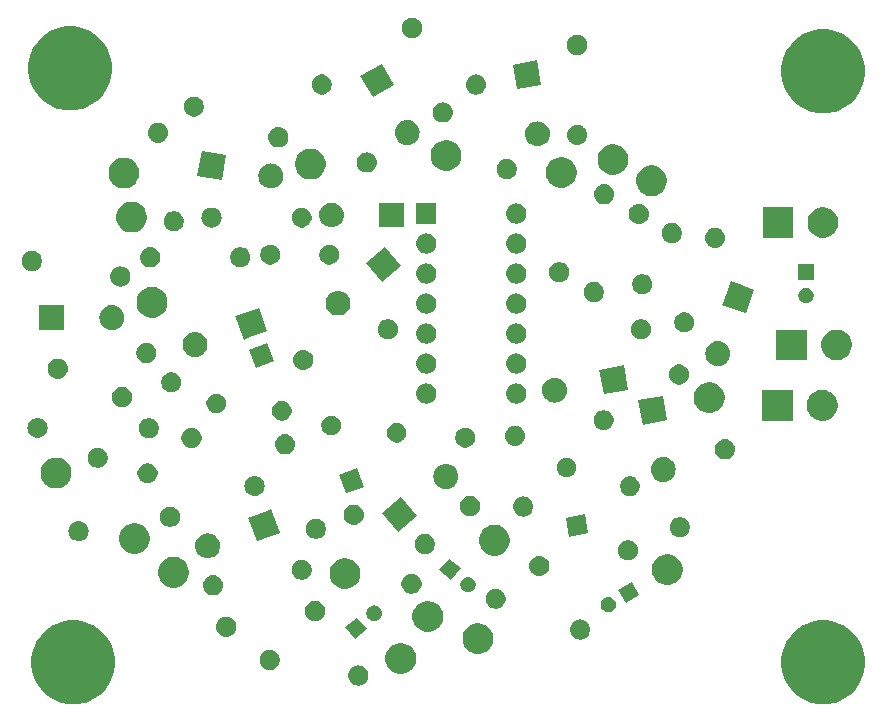
<source format=gbr>
G04 #@! TF.GenerationSoftware,KiCad,Pcbnew,(5.1.2-1)-1*
G04 #@! TF.CreationDate,2021-05-12T23:45:50-04:00*
G04 #@! TF.ProjectId,Triple Waveshaper - CGS,54726970-6c65-4205-9761-766573686170,rev?*
G04 #@! TF.SameCoordinates,Original*
G04 #@! TF.FileFunction,Soldermask,Top*
G04 #@! TF.FilePolarity,Negative*
%FSLAX46Y46*%
G04 Gerber Fmt 4.6, Leading zero omitted, Abs format (unit mm)*
G04 Created by KiCad (PCBNEW (5.1.2-1)-1) date 2021-05-12 23:45:50*
%MOMM*%
%LPD*%
G04 APERTURE LIST*
%ADD10C,0.100000*%
G04 APERTURE END LIST*
D10*
G36*
X82315787Y-64403462D02*
G01*
X82477776Y-64470560D01*
X82962029Y-64671144D01*
X83543631Y-65059758D01*
X84038242Y-65554369D01*
X84426856Y-66135971D01*
X84547612Y-66427503D01*
X84694538Y-66782213D01*
X84831000Y-67468256D01*
X84831000Y-68167744D01*
X84694538Y-68853787D01*
X84694537Y-68853789D01*
X84426856Y-69500029D01*
X84038242Y-70081631D01*
X83543631Y-70576242D01*
X82962029Y-70964856D01*
X82505068Y-71154135D01*
X82315787Y-71232538D01*
X81629744Y-71369000D01*
X80930256Y-71369000D01*
X80244213Y-71232538D01*
X80054932Y-71154135D01*
X79597971Y-70964856D01*
X79016369Y-70576242D01*
X78521758Y-70081631D01*
X78133144Y-69500029D01*
X77865463Y-68853789D01*
X77865462Y-68853787D01*
X77729000Y-68167744D01*
X77729000Y-67468256D01*
X77865462Y-66782213D01*
X78012388Y-66427503D01*
X78133144Y-66135971D01*
X78521758Y-65554369D01*
X79016369Y-65059758D01*
X79597971Y-64671144D01*
X80082224Y-64470560D01*
X80244213Y-64403462D01*
X80930256Y-64267000D01*
X81629744Y-64267000D01*
X82315787Y-64403462D01*
X82315787Y-64403462D01*
G37*
G36*
X18815787Y-64403462D02*
G01*
X18977776Y-64470560D01*
X19462029Y-64671144D01*
X20043631Y-65059758D01*
X20538242Y-65554369D01*
X20926856Y-66135971D01*
X21047612Y-66427503D01*
X21194538Y-66782213D01*
X21331000Y-67468256D01*
X21331000Y-68167744D01*
X21194538Y-68853787D01*
X21194537Y-68853789D01*
X20926856Y-69500029D01*
X20538242Y-70081631D01*
X20043631Y-70576242D01*
X19462029Y-70964856D01*
X19005068Y-71154135D01*
X18815787Y-71232538D01*
X18129744Y-71369000D01*
X17430256Y-71369000D01*
X16744213Y-71232538D01*
X16554932Y-71154135D01*
X16097971Y-70964856D01*
X15516369Y-70576242D01*
X15021758Y-70081631D01*
X14633144Y-69500029D01*
X14365463Y-68853789D01*
X14365462Y-68853787D01*
X14229000Y-68167744D01*
X14229000Y-67468256D01*
X14365462Y-66782213D01*
X14512388Y-66427503D01*
X14633144Y-66135971D01*
X15021758Y-65554369D01*
X15516369Y-65059758D01*
X16097971Y-64671144D01*
X16582224Y-64470560D01*
X16744213Y-64403462D01*
X17430256Y-64267000D01*
X18129744Y-64267000D01*
X18815787Y-64403462D01*
X18815787Y-64403462D01*
G37*
G36*
X42088058Y-68099312D02*
G01*
X42248477Y-68147975D01*
X42381141Y-68218885D01*
X42396313Y-68226995D01*
X42525894Y-68333340D01*
X42632239Y-68462921D01*
X42632240Y-68462923D01*
X42711259Y-68610757D01*
X42759922Y-68771176D01*
X42776352Y-68937999D01*
X42759922Y-69104822D01*
X42711259Y-69265241D01*
X42640349Y-69397905D01*
X42632239Y-69413077D01*
X42525894Y-69542658D01*
X42396313Y-69649003D01*
X42396311Y-69649004D01*
X42248477Y-69728023D01*
X42088058Y-69776686D01*
X41963039Y-69788999D01*
X41879431Y-69788999D01*
X41754412Y-69776686D01*
X41593993Y-69728023D01*
X41446159Y-69649004D01*
X41446157Y-69649003D01*
X41316576Y-69542658D01*
X41210231Y-69413077D01*
X41202121Y-69397905D01*
X41131211Y-69265241D01*
X41082548Y-69104822D01*
X41066118Y-68937999D01*
X41082548Y-68771176D01*
X41131211Y-68610757D01*
X41210230Y-68462923D01*
X41210231Y-68462921D01*
X41316576Y-68333340D01*
X41446157Y-68226995D01*
X41461329Y-68218885D01*
X41593993Y-68147975D01*
X41754412Y-68099312D01*
X41879431Y-68086999D01*
X41963039Y-68086999D01*
X42088058Y-68099312D01*
X42088058Y-68099312D01*
G37*
G36*
X45896193Y-66237104D02*
G01*
X46132901Y-66335152D01*
X46132903Y-66335153D01*
X46345935Y-66477496D01*
X46527104Y-66658665D01*
X46669447Y-66871697D01*
X46669448Y-66871699D01*
X46767496Y-67108407D01*
X46817480Y-67359693D01*
X46817480Y-67615907D01*
X46767496Y-67867193D01*
X46705072Y-68017897D01*
X46669447Y-68103903D01*
X46527104Y-68316935D01*
X46345935Y-68498104D01*
X46132903Y-68640447D01*
X46132902Y-68640448D01*
X46132901Y-68640448D01*
X45896193Y-68738496D01*
X45644907Y-68788480D01*
X45388693Y-68788480D01*
X45137407Y-68738496D01*
X44900699Y-68640448D01*
X44900698Y-68640448D01*
X44900697Y-68640447D01*
X44687665Y-68498104D01*
X44506496Y-68316935D01*
X44364153Y-68103903D01*
X44328528Y-68017897D01*
X44266104Y-67867193D01*
X44216120Y-67615907D01*
X44216120Y-67359693D01*
X44266104Y-67108407D01*
X44364152Y-66871699D01*
X44364153Y-66871697D01*
X44506496Y-66658665D01*
X44687665Y-66477496D01*
X44900697Y-66335153D01*
X44900699Y-66335152D01*
X45137407Y-66237104D01*
X45388693Y-66187120D01*
X45644907Y-66187120D01*
X45896193Y-66237104D01*
X45896193Y-66237104D01*
G37*
G36*
X34665228Y-66796503D02*
G01*
X34820100Y-66860653D01*
X34959481Y-66953785D01*
X35078015Y-67072319D01*
X35171147Y-67211700D01*
X35235297Y-67366572D01*
X35268000Y-67530984D01*
X35268000Y-67698616D01*
X35235297Y-67863028D01*
X35171147Y-68017900D01*
X35078015Y-68157281D01*
X34959481Y-68275815D01*
X34820100Y-68368947D01*
X34665228Y-68433097D01*
X34500816Y-68465800D01*
X34333184Y-68465800D01*
X34168772Y-68433097D01*
X34013900Y-68368947D01*
X33874519Y-68275815D01*
X33755985Y-68157281D01*
X33662853Y-68017900D01*
X33598703Y-67863028D01*
X33566000Y-67698616D01*
X33566000Y-67530984D01*
X33598703Y-67366572D01*
X33662853Y-67211700D01*
X33755985Y-67072319D01*
X33874519Y-66953785D01*
X34013900Y-66860653D01*
X34168772Y-66796503D01*
X34333184Y-66763800D01*
X34500816Y-66763800D01*
X34665228Y-66796503D01*
X34665228Y-66796503D01*
G37*
G36*
X52423993Y-64560704D02*
G01*
X52660701Y-64658752D01*
X52660703Y-64658753D01*
X52873735Y-64801096D01*
X53054904Y-64982265D01*
X53190422Y-65185083D01*
X53197248Y-65195299D01*
X53295296Y-65432007D01*
X53345280Y-65683293D01*
X53345280Y-65939507D01*
X53295296Y-66190793D01*
X53235500Y-66335152D01*
X53197247Y-66427503D01*
X53054904Y-66640535D01*
X52873735Y-66821704D01*
X52660703Y-66964047D01*
X52660702Y-66964048D01*
X52660701Y-66964048D01*
X52423993Y-67062096D01*
X52172707Y-67112080D01*
X51916493Y-67112080D01*
X51665207Y-67062096D01*
X51428499Y-66964048D01*
X51428498Y-66964048D01*
X51428497Y-66964047D01*
X51215465Y-66821704D01*
X51034296Y-66640535D01*
X50891953Y-66427503D01*
X50853700Y-66335152D01*
X50793904Y-66190793D01*
X50743920Y-65939507D01*
X50743920Y-65683293D01*
X50793904Y-65432007D01*
X50891952Y-65195299D01*
X50898778Y-65185083D01*
X51034296Y-64982265D01*
X51215465Y-64801096D01*
X51428497Y-64658753D01*
X51428499Y-64658752D01*
X51665207Y-64560704D01*
X51916493Y-64510720D01*
X52172707Y-64510720D01*
X52423993Y-64560704D01*
X52423993Y-64560704D01*
G37*
G36*
X60870481Y-64200706D02*
G01*
X61030900Y-64249369D01*
X61112331Y-64292895D01*
X61178736Y-64328389D01*
X61308317Y-64434734D01*
X61414662Y-64564315D01*
X61414663Y-64564317D01*
X61493682Y-64712151D01*
X61542345Y-64872570D01*
X61558775Y-65039393D01*
X61542345Y-65206216D01*
X61493682Y-65366635D01*
X61474534Y-65402458D01*
X61414662Y-65514471D01*
X61308317Y-65644052D01*
X61178736Y-65750397D01*
X61178734Y-65750398D01*
X61030900Y-65829417D01*
X60870481Y-65878080D01*
X60745462Y-65890393D01*
X60661854Y-65890393D01*
X60536835Y-65878080D01*
X60376416Y-65829417D01*
X60228582Y-65750398D01*
X60228580Y-65750397D01*
X60098999Y-65644052D01*
X59992654Y-65514471D01*
X59932782Y-65402458D01*
X59913634Y-65366635D01*
X59864971Y-65206216D01*
X59848541Y-65039393D01*
X59864971Y-64872570D01*
X59913634Y-64712151D01*
X59992653Y-64564317D01*
X59992654Y-64564315D01*
X60098999Y-64434734D01*
X60228580Y-64328389D01*
X60294985Y-64292895D01*
X60376416Y-64249369D01*
X60536835Y-64200706D01*
X60661854Y-64188393D01*
X60745462Y-64188393D01*
X60870481Y-64200706D01*
X60870481Y-64200706D01*
G37*
G36*
X42649350Y-65028040D02*
G01*
X41651960Y-65864950D01*
X40815050Y-64867560D01*
X41812440Y-64030650D01*
X42649350Y-65028040D01*
X42649350Y-65028040D01*
G37*
G36*
X30914988Y-63959112D02*
G01*
X31075407Y-64007775D01*
X31177779Y-64062494D01*
X31223243Y-64086795D01*
X31352824Y-64193140D01*
X31459169Y-64322721D01*
X31459170Y-64322723D01*
X31538189Y-64470557D01*
X31586852Y-64630976D01*
X31603282Y-64797799D01*
X31586852Y-64964622D01*
X31538189Y-65125041D01*
X31506096Y-65185083D01*
X31459169Y-65272877D01*
X31352824Y-65402458D01*
X31223243Y-65508803D01*
X31223241Y-65508804D01*
X31075407Y-65587823D01*
X30914988Y-65636486D01*
X30789969Y-65648799D01*
X30706361Y-65648799D01*
X30581342Y-65636486D01*
X30420923Y-65587823D01*
X30273089Y-65508804D01*
X30273087Y-65508803D01*
X30143506Y-65402458D01*
X30037161Y-65272877D01*
X29990234Y-65185083D01*
X29958141Y-65125041D01*
X29909478Y-64964622D01*
X29893048Y-64797799D01*
X29909478Y-64630976D01*
X29958141Y-64470557D01*
X30037160Y-64322723D01*
X30037161Y-64322721D01*
X30143506Y-64193140D01*
X30273087Y-64086795D01*
X30318551Y-64062494D01*
X30420923Y-64007775D01*
X30581342Y-63959112D01*
X30706361Y-63946799D01*
X30789969Y-63946799D01*
X30914988Y-63959112D01*
X30914988Y-63959112D01*
G37*
G36*
X48188183Y-62683692D02*
G01*
X48312799Y-62735310D01*
X48424893Y-62781741D01*
X48637925Y-62924084D01*
X48819094Y-63105253D01*
X48938662Y-63284200D01*
X48961438Y-63318287D01*
X49059486Y-63554995D01*
X49109470Y-63806281D01*
X49109470Y-64062495D01*
X49059486Y-64313781D01*
X48977911Y-64510720D01*
X48961437Y-64550491D01*
X48819094Y-64763523D01*
X48637925Y-64944692D01*
X48424893Y-65087035D01*
X48424892Y-65087036D01*
X48424891Y-65087036D01*
X48188183Y-65185084D01*
X47936897Y-65235068D01*
X47680683Y-65235068D01*
X47429397Y-65185084D01*
X47192689Y-65087036D01*
X47192688Y-65087036D01*
X47192687Y-65087035D01*
X46979655Y-64944692D01*
X46798486Y-64763523D01*
X46656143Y-64550491D01*
X46639669Y-64510720D01*
X46558094Y-64313781D01*
X46508110Y-64062495D01*
X46508110Y-63806281D01*
X46558094Y-63554995D01*
X46656142Y-63318287D01*
X46678918Y-63284200D01*
X46798486Y-63105253D01*
X46979655Y-62924084D01*
X47192687Y-62781741D01*
X47304781Y-62735310D01*
X47429397Y-62683692D01*
X47680683Y-62633708D01*
X47936897Y-62633708D01*
X48188183Y-62683692D01*
X48188183Y-62683692D01*
G37*
G36*
X38500628Y-62656303D02*
G01*
X38655500Y-62720453D01*
X38794881Y-62813585D01*
X38913415Y-62932119D01*
X39006547Y-63071500D01*
X39070697Y-63226372D01*
X39103400Y-63390784D01*
X39103400Y-63558416D01*
X39070697Y-63722828D01*
X39006547Y-63877700D01*
X38913415Y-64017081D01*
X38794881Y-64135615D01*
X38655500Y-64228747D01*
X38500628Y-64292897D01*
X38336216Y-64325600D01*
X38168584Y-64325600D01*
X38004172Y-64292897D01*
X37849300Y-64228747D01*
X37709919Y-64135615D01*
X37591385Y-64017081D01*
X37498253Y-63877700D01*
X37434103Y-63722828D01*
X37401400Y-63558416D01*
X37401400Y-63390784D01*
X37434103Y-63226372D01*
X37498253Y-63071500D01*
X37591385Y-62932119D01*
X37709919Y-62813585D01*
X37849300Y-62720453D01*
X38004172Y-62656303D01*
X38168584Y-62623600D01*
X38336216Y-62623600D01*
X38500628Y-62656303D01*
X38500628Y-62656303D01*
G37*
G36*
X43454179Y-63036242D02*
G01*
X43572653Y-63085316D01*
X43602492Y-63105254D01*
X43679277Y-63156560D01*
X43769954Y-63247237D01*
X43841199Y-63353863D01*
X43890272Y-63472335D01*
X43915289Y-63598106D01*
X43915289Y-63726344D01*
X43890272Y-63852115D01*
X43879676Y-63877697D01*
X43841198Y-63970589D01*
X43769954Y-64077213D01*
X43679277Y-64167890D01*
X43572653Y-64239134D01*
X43572652Y-64239135D01*
X43572651Y-64239135D01*
X43454179Y-64288208D01*
X43328408Y-64313225D01*
X43200170Y-64313225D01*
X43074399Y-64288208D01*
X42955927Y-64239135D01*
X42955926Y-64239135D01*
X42955925Y-64239134D01*
X42849301Y-64167890D01*
X42758624Y-64077213D01*
X42687380Y-63970589D01*
X42648903Y-63877697D01*
X42638306Y-63852115D01*
X42613289Y-63726344D01*
X42613289Y-63598106D01*
X42638306Y-63472335D01*
X42687379Y-63353863D01*
X42758624Y-63247237D01*
X42849301Y-63156560D01*
X42926086Y-63105254D01*
X42955925Y-63085316D01*
X43074399Y-63036242D01*
X43200170Y-63011225D01*
X43328408Y-63011225D01*
X43454179Y-63036242D01*
X43454179Y-63036242D01*
G37*
G36*
X63278639Y-62299217D02*
G01*
X63397113Y-62348291D01*
X63398750Y-62349385D01*
X63503737Y-62419535D01*
X63594414Y-62510212D01*
X63665659Y-62616838D01*
X63714732Y-62735310D01*
X63739749Y-62861081D01*
X63739749Y-62989319D01*
X63714732Y-63115090D01*
X63668638Y-63226371D01*
X63665658Y-63233564D01*
X63594414Y-63340188D01*
X63503737Y-63430865D01*
X63397113Y-63502109D01*
X63397112Y-63502110D01*
X63397111Y-63502110D01*
X63278639Y-63551183D01*
X63152868Y-63576200D01*
X63024630Y-63576200D01*
X62898859Y-63551183D01*
X62780387Y-63502110D01*
X62780386Y-63502110D01*
X62780385Y-63502109D01*
X62673761Y-63430865D01*
X62583084Y-63340188D01*
X62511840Y-63233564D01*
X62508861Y-63226371D01*
X62462766Y-63115090D01*
X62437749Y-62989319D01*
X62437749Y-62861081D01*
X62462766Y-62735310D01*
X62511839Y-62616838D01*
X62583084Y-62510212D01*
X62673761Y-62419535D01*
X62778748Y-62349385D01*
X62780385Y-62348291D01*
X62898859Y-62299217D01*
X63024630Y-62274200D01*
X63152868Y-62274200D01*
X63278639Y-62299217D01*
X63278639Y-62299217D01*
G37*
G36*
X53791428Y-61614903D02*
G01*
X53946300Y-61679053D01*
X54085681Y-61772185D01*
X54204215Y-61890719D01*
X54297347Y-62030100D01*
X54361497Y-62184972D01*
X54394200Y-62349384D01*
X54394200Y-62517016D01*
X54361497Y-62681428D01*
X54297347Y-62836300D01*
X54204215Y-62975681D01*
X54085681Y-63094215D01*
X53946300Y-63187347D01*
X53791428Y-63251497D01*
X53627016Y-63284200D01*
X53459384Y-63284200D01*
X53294972Y-63251497D01*
X53140100Y-63187347D01*
X53000719Y-63094215D01*
X52882185Y-62975681D01*
X52789053Y-62836300D01*
X52724903Y-62681428D01*
X52692200Y-62517016D01*
X52692200Y-62349384D01*
X52724903Y-62184972D01*
X52789053Y-62030100D01*
X52882185Y-61890719D01*
X53000719Y-61772185D01*
X53140100Y-61679053D01*
X53294972Y-61614903D01*
X53459384Y-61582200D01*
X53627016Y-61582200D01*
X53791428Y-61614903D01*
X53791428Y-61614903D01*
G37*
G36*
X65710083Y-62163483D02*
G01*
X64582517Y-62814483D01*
X63931517Y-61686917D01*
X65059083Y-61035917D01*
X65710083Y-62163483D01*
X65710083Y-62163483D01*
G37*
G36*
X29785128Y-60465269D02*
G01*
X29945547Y-60513932D01*
X30061703Y-60576019D01*
X30093383Y-60592952D01*
X30222964Y-60699297D01*
X30329309Y-60828878D01*
X30329310Y-60828880D01*
X30408329Y-60976714D01*
X30456992Y-61137133D01*
X30473422Y-61303956D01*
X30456992Y-61470779D01*
X30417708Y-61600280D01*
X30413272Y-61614905D01*
X30408329Y-61631198D01*
X30378546Y-61686918D01*
X30329309Y-61779034D01*
X30222964Y-61908615D01*
X30093383Y-62014960D01*
X30093381Y-62014961D01*
X29945547Y-62093980D01*
X29785128Y-62142643D01*
X29660109Y-62154956D01*
X29576501Y-62154956D01*
X29451482Y-62142643D01*
X29291063Y-62093980D01*
X29143229Y-62014961D01*
X29143227Y-62014960D01*
X29013646Y-61908615D01*
X28907301Y-61779034D01*
X28858064Y-61686918D01*
X28828281Y-61631198D01*
X28823339Y-61614905D01*
X28818902Y-61600280D01*
X28779618Y-61470779D01*
X28763188Y-61303956D01*
X28779618Y-61137133D01*
X28828281Y-60976714D01*
X28907300Y-60828880D01*
X28907301Y-60828878D01*
X29013646Y-60699297D01*
X29143227Y-60592952D01*
X29174907Y-60576019D01*
X29291063Y-60513932D01*
X29451482Y-60465269D01*
X29576501Y-60452956D01*
X29660109Y-60452956D01*
X29785128Y-60465269D01*
X29785128Y-60465269D01*
G37*
G36*
X46671698Y-60349662D02*
G01*
X46826570Y-60413812D01*
X46965951Y-60506944D01*
X47084485Y-60625478D01*
X47177617Y-60764859D01*
X47241767Y-60919731D01*
X47274470Y-61084143D01*
X47274470Y-61251775D01*
X47241767Y-61416187D01*
X47177617Y-61571059D01*
X47084485Y-61710440D01*
X46965951Y-61828974D01*
X46826570Y-61922106D01*
X46671698Y-61986256D01*
X46507286Y-62018959D01*
X46339654Y-62018959D01*
X46175242Y-61986256D01*
X46020370Y-61922106D01*
X45880989Y-61828974D01*
X45762455Y-61710440D01*
X45669323Y-61571059D01*
X45605173Y-61416187D01*
X45572470Y-61251775D01*
X45572470Y-61084143D01*
X45605173Y-60919731D01*
X45669323Y-60764859D01*
X45762455Y-60625478D01*
X45880989Y-60506944D01*
X46020370Y-60413812D01*
X46175242Y-60349662D01*
X46339654Y-60316959D01*
X46507286Y-60316959D01*
X46671698Y-60349662D01*
X46671698Y-60349662D01*
G37*
G36*
X51406704Y-60613521D02*
G01*
X51474908Y-60641772D01*
X51525178Y-60662595D01*
X51631802Y-60733839D01*
X51722479Y-60824516D01*
X51786100Y-60919731D01*
X51793724Y-60931142D01*
X51842797Y-61049614D01*
X51867814Y-61175385D01*
X51867814Y-61303623D01*
X51842797Y-61429394D01*
X51833331Y-61452248D01*
X51793723Y-61547868D01*
X51722479Y-61654492D01*
X51631802Y-61745169D01*
X51525178Y-61816413D01*
X51525177Y-61816414D01*
X51525176Y-61816414D01*
X51406704Y-61865487D01*
X51280933Y-61890504D01*
X51152695Y-61890504D01*
X51026924Y-61865487D01*
X50908452Y-61816414D01*
X50908451Y-61816414D01*
X50908450Y-61816413D01*
X50801826Y-61745169D01*
X50711149Y-61654492D01*
X50639905Y-61547868D01*
X50600298Y-61452248D01*
X50590831Y-61429394D01*
X50565814Y-61303623D01*
X50565814Y-61175385D01*
X50590831Y-61049614D01*
X50639904Y-60931142D01*
X50647529Y-60919731D01*
X50711149Y-60824516D01*
X50801826Y-60733839D01*
X50908450Y-60662595D01*
X50958721Y-60641772D01*
X51026924Y-60613521D01*
X51152695Y-60588504D01*
X51280933Y-60588504D01*
X51406704Y-60613521D01*
X51406704Y-60613521D01*
G37*
G36*
X41171793Y-59048904D02*
G01*
X41408501Y-59146952D01*
X41408503Y-59146953D01*
X41621535Y-59289296D01*
X41802704Y-59470465D01*
X41882579Y-59590007D01*
X41945048Y-59683499D01*
X42043096Y-59920207D01*
X42093080Y-60171493D01*
X42093080Y-60427707D01*
X42043096Y-60678993D01*
X41963531Y-60871079D01*
X41945047Y-60915703D01*
X41802704Y-61128735D01*
X41621535Y-61309904D01*
X41408503Y-61452247D01*
X41408502Y-61452248D01*
X41408501Y-61452248D01*
X41171793Y-61550296D01*
X40920507Y-61600280D01*
X40664293Y-61600280D01*
X40413007Y-61550296D01*
X40176299Y-61452248D01*
X40176298Y-61452248D01*
X40176297Y-61452247D01*
X39963265Y-61309904D01*
X39782096Y-61128735D01*
X39639753Y-60915703D01*
X39621269Y-60871079D01*
X39541704Y-60678993D01*
X39491720Y-60427707D01*
X39491720Y-60171493D01*
X39541704Y-59920207D01*
X39639752Y-59683499D01*
X39702221Y-59590007D01*
X39782096Y-59470465D01*
X39963265Y-59289296D01*
X40176297Y-59146953D01*
X40176299Y-59146952D01*
X40413007Y-59048904D01*
X40664293Y-58998920D01*
X40920507Y-58998920D01*
X41171793Y-59048904D01*
X41171793Y-59048904D01*
G37*
G36*
X26660334Y-58945929D02*
G01*
X26897042Y-59043977D01*
X26897044Y-59043978D01*
X27110076Y-59186321D01*
X27291245Y-59367490D01*
X27433588Y-59580522D01*
X27433589Y-59580524D01*
X27531637Y-59817232D01*
X27581621Y-60068518D01*
X27581621Y-60324732D01*
X27531637Y-60576018D01*
X27439467Y-60798535D01*
X27433588Y-60812728D01*
X27291245Y-61025760D01*
X27110076Y-61206929D01*
X26897044Y-61349272D01*
X26897043Y-61349273D01*
X26897042Y-61349273D01*
X26660334Y-61447321D01*
X26409048Y-61497305D01*
X26152834Y-61497305D01*
X25901548Y-61447321D01*
X25664840Y-61349273D01*
X25664839Y-61349273D01*
X25664838Y-61349272D01*
X25451806Y-61206929D01*
X25270637Y-61025760D01*
X25128294Y-60812728D01*
X25122415Y-60798535D01*
X25030245Y-60576018D01*
X24980261Y-60324732D01*
X24980261Y-60068518D01*
X25030245Y-59817232D01*
X25128293Y-59580524D01*
X25128294Y-59580522D01*
X25270637Y-59367490D01*
X25451806Y-59186321D01*
X25664838Y-59043978D01*
X25664840Y-59043977D01*
X25901548Y-58945929D01*
X26152834Y-58895945D01*
X26409048Y-58895945D01*
X26660334Y-58945929D01*
X26660334Y-58945929D01*
G37*
G36*
X68451393Y-58718704D02*
G01*
X68686283Y-58815999D01*
X68688103Y-58816753D01*
X68901135Y-58959096D01*
X69082304Y-59140265D01*
X69181883Y-59289296D01*
X69224648Y-59353299D01*
X69322696Y-59590007D01*
X69372680Y-59841293D01*
X69372680Y-60097507D01*
X69322696Y-60348793D01*
X69224648Y-60585501D01*
X69224647Y-60585503D01*
X69082304Y-60798535D01*
X68901135Y-60979704D01*
X68688103Y-61122047D01*
X68688102Y-61122048D01*
X68688101Y-61122048D01*
X68451393Y-61220096D01*
X68200107Y-61270080D01*
X67943893Y-61270080D01*
X67692607Y-61220096D01*
X67455899Y-61122048D01*
X67455898Y-61122048D01*
X67455897Y-61122047D01*
X67242865Y-60979704D01*
X67061696Y-60798535D01*
X66919353Y-60585503D01*
X66919352Y-60585501D01*
X66821304Y-60348793D01*
X66771320Y-60097507D01*
X66771320Y-59841293D01*
X66821304Y-59590007D01*
X66919352Y-59353299D01*
X66962117Y-59289296D01*
X67061696Y-59140265D01*
X67242865Y-58959096D01*
X67455897Y-58816753D01*
X67457717Y-58815999D01*
X67692607Y-58718704D01*
X67943893Y-58668720D01*
X68200107Y-58668720D01*
X68451393Y-58718704D01*
X68451393Y-58718704D01*
G37*
G36*
X50601875Y-59873689D02*
G01*
X49764965Y-60871079D01*
X48767575Y-60034169D01*
X49604485Y-59036779D01*
X50601875Y-59873689D01*
X50601875Y-59873689D01*
G37*
G36*
X37370768Y-59162460D02*
G01*
X37525640Y-59226610D01*
X37665021Y-59319742D01*
X37783555Y-59438276D01*
X37876687Y-59577657D01*
X37940837Y-59732529D01*
X37973540Y-59896941D01*
X37973540Y-60064573D01*
X37940837Y-60228985D01*
X37876687Y-60383857D01*
X37783555Y-60523238D01*
X37665021Y-60641772D01*
X37525640Y-60734904D01*
X37370768Y-60799054D01*
X37206356Y-60831757D01*
X37038724Y-60831757D01*
X36874312Y-60799054D01*
X36719440Y-60734904D01*
X36580059Y-60641772D01*
X36461525Y-60523238D01*
X36368393Y-60383857D01*
X36304243Y-60228985D01*
X36271540Y-60064573D01*
X36271540Y-59896941D01*
X36304243Y-59732529D01*
X36368393Y-59577657D01*
X36461525Y-59438276D01*
X36580059Y-59319742D01*
X36719440Y-59226610D01*
X36874312Y-59162460D01*
X37038724Y-59129757D01*
X37206356Y-59129757D01*
X37370768Y-59162460D01*
X37370768Y-59162460D01*
G37*
G36*
X57407188Y-58828312D02*
G01*
X57567607Y-58876975D01*
X57603097Y-58895945D01*
X57715443Y-58955995D01*
X57845024Y-59062340D01*
X57951369Y-59191921D01*
X57951370Y-59191923D01*
X58030389Y-59339757D01*
X58079052Y-59500176D01*
X58095482Y-59666999D01*
X58079052Y-59833822D01*
X58030389Y-59994241D01*
X57975193Y-60097506D01*
X57951369Y-60142077D01*
X57845024Y-60271658D01*
X57715443Y-60378003D01*
X57715441Y-60378004D01*
X57567607Y-60457023D01*
X57407188Y-60505686D01*
X57282169Y-60517999D01*
X57198561Y-60517999D01*
X57073542Y-60505686D01*
X56913123Y-60457023D01*
X56765289Y-60378004D01*
X56765287Y-60378003D01*
X56635706Y-60271658D01*
X56529361Y-60142077D01*
X56505537Y-60097506D01*
X56450341Y-59994241D01*
X56401678Y-59833822D01*
X56385248Y-59666999D01*
X56401678Y-59500176D01*
X56450341Y-59339757D01*
X56529360Y-59191923D01*
X56529361Y-59191921D01*
X56635706Y-59062340D01*
X56765287Y-58955995D01*
X56877633Y-58895945D01*
X56913123Y-58876975D01*
X57073542Y-58828312D01*
X57198561Y-58815999D01*
X57282169Y-58815999D01*
X57407188Y-58828312D01*
X57407188Y-58828312D01*
G37*
G36*
X64992828Y-57525503D02*
G01*
X65147700Y-57589653D01*
X65287081Y-57682785D01*
X65405615Y-57801319D01*
X65498747Y-57940700D01*
X65562897Y-58095572D01*
X65595600Y-58259984D01*
X65595600Y-58427616D01*
X65562897Y-58592028D01*
X65498747Y-58746900D01*
X65405615Y-58886281D01*
X65287081Y-59004815D01*
X65147700Y-59097947D01*
X64992828Y-59162097D01*
X64828416Y-59194800D01*
X64660784Y-59194800D01*
X64496372Y-59162097D01*
X64341500Y-59097947D01*
X64202119Y-59004815D01*
X64083585Y-58886281D01*
X63990453Y-58746900D01*
X63926303Y-58592028D01*
X63893600Y-58427616D01*
X63893600Y-58259984D01*
X63926303Y-58095572D01*
X63990453Y-57940700D01*
X64083585Y-57801319D01*
X64202119Y-57682785D01*
X64341500Y-57589653D01*
X64496372Y-57525503D01*
X64660784Y-57492800D01*
X64828416Y-57492800D01*
X64992828Y-57525503D01*
X64992828Y-57525503D01*
G37*
G36*
X29271741Y-56910332D02*
G01*
X29374676Y-56920470D01*
X29572790Y-56980568D01*
X29572793Y-56980569D01*
X29669619Y-57032324D01*
X29755373Y-57078160D01*
X29915409Y-57209498D01*
X30046747Y-57369534D01*
X30067816Y-57408952D01*
X30144338Y-57552114D01*
X30144339Y-57552117D01*
X30204437Y-57750231D01*
X30224729Y-57956263D01*
X30204437Y-58162295D01*
X30159832Y-58309335D01*
X30144338Y-58360412D01*
X30092583Y-58457238D01*
X30046747Y-58542992D01*
X29915409Y-58703028D01*
X29755373Y-58834366D01*
X29675657Y-58876975D01*
X29572793Y-58931957D01*
X29572790Y-58931958D01*
X29374676Y-58992056D01*
X29304983Y-58998920D01*
X29220275Y-59007263D01*
X29117013Y-59007263D01*
X29032305Y-58998920D01*
X28962612Y-58992056D01*
X28764498Y-58931958D01*
X28764495Y-58931957D01*
X28661631Y-58876975D01*
X28581915Y-58834366D01*
X28421879Y-58703028D01*
X28290541Y-58542992D01*
X28244705Y-58457238D01*
X28192950Y-58360412D01*
X28177456Y-58309335D01*
X28132851Y-58162295D01*
X28112559Y-57956263D01*
X28132851Y-57750231D01*
X28192949Y-57552117D01*
X28192950Y-57552114D01*
X28269472Y-57408952D01*
X28290541Y-57369534D01*
X28421879Y-57209498D01*
X28581915Y-57078160D01*
X28667669Y-57032324D01*
X28764495Y-56980569D01*
X28764498Y-56980568D01*
X28962612Y-56920470D01*
X29065547Y-56910332D01*
X29117013Y-56905263D01*
X29220275Y-56905263D01*
X29271741Y-56910332D01*
X29271741Y-56910332D01*
G37*
G36*
X53820993Y-56229504D02*
G01*
X54057701Y-56327552D01*
X54057703Y-56327553D01*
X54270735Y-56469896D01*
X54451904Y-56651065D01*
X54527493Y-56764193D01*
X54594248Y-56864099D01*
X54692296Y-57100807D01*
X54742280Y-57352093D01*
X54742280Y-57608307D01*
X54692296Y-57859593D01*
X54609168Y-58060280D01*
X54594247Y-58096303D01*
X54451904Y-58309335D01*
X54270735Y-58490504D01*
X54057703Y-58632847D01*
X54057702Y-58632848D01*
X54057701Y-58632848D01*
X53820993Y-58730896D01*
X53569707Y-58780880D01*
X53313493Y-58780880D01*
X53062207Y-58730896D01*
X52825499Y-58632848D01*
X52825498Y-58632848D01*
X52825497Y-58632847D01*
X52612465Y-58490504D01*
X52431296Y-58309335D01*
X52288953Y-58096303D01*
X52274032Y-58060280D01*
X52190904Y-57859593D01*
X52140920Y-57608307D01*
X52140920Y-57352093D01*
X52190904Y-57100807D01*
X52288952Y-56864099D01*
X52355707Y-56764193D01*
X52431296Y-56651065D01*
X52612465Y-56469896D01*
X52825497Y-56327553D01*
X52825499Y-56327552D01*
X53062207Y-56229504D01*
X53313493Y-56179520D01*
X53569707Y-56179520D01*
X53820993Y-56229504D01*
X53820993Y-56229504D01*
G37*
G36*
X47799410Y-56993755D02*
G01*
X47954282Y-57057905D01*
X48093663Y-57151037D01*
X48212197Y-57269571D01*
X48305329Y-57408952D01*
X48369479Y-57563824D01*
X48402182Y-57728236D01*
X48402182Y-57895868D01*
X48369479Y-58060280D01*
X48305329Y-58215152D01*
X48212197Y-58354533D01*
X48093663Y-58473067D01*
X47954282Y-58566199D01*
X47799410Y-58630349D01*
X47634998Y-58663052D01*
X47467366Y-58663052D01*
X47302954Y-58630349D01*
X47148082Y-58566199D01*
X47008701Y-58473067D01*
X46890167Y-58354533D01*
X46797035Y-58215152D01*
X46732885Y-58060280D01*
X46700182Y-57895868D01*
X46700182Y-57728236D01*
X46732885Y-57563824D01*
X46797035Y-57408952D01*
X46890167Y-57269571D01*
X47008701Y-57151037D01*
X47148082Y-57057905D01*
X47302954Y-56993755D01*
X47467366Y-56961052D01*
X47634998Y-56961052D01*
X47799410Y-56993755D01*
X47799410Y-56993755D01*
G37*
G36*
X23340993Y-56077104D02*
G01*
X23563783Y-56169387D01*
X23577703Y-56175153D01*
X23790735Y-56317496D01*
X23971904Y-56498665D01*
X24114247Y-56711697D01*
X24114248Y-56711699D01*
X24212296Y-56948407D01*
X24262280Y-57199693D01*
X24262280Y-57455907D01*
X24212296Y-57707193D01*
X24114248Y-57943901D01*
X24114247Y-57943903D01*
X23971904Y-58156935D01*
X23790735Y-58338104D01*
X23577703Y-58480447D01*
X23577702Y-58480448D01*
X23577701Y-58480448D01*
X23340993Y-58578496D01*
X23089707Y-58628480D01*
X22833493Y-58628480D01*
X22582207Y-58578496D01*
X22345499Y-58480448D01*
X22345498Y-58480448D01*
X22345497Y-58480447D01*
X22132465Y-58338104D01*
X21951296Y-58156935D01*
X21808953Y-57943903D01*
X21808952Y-57943901D01*
X21710904Y-57707193D01*
X21660920Y-57455907D01*
X21660920Y-57199693D01*
X21710904Y-56948407D01*
X21808952Y-56711699D01*
X21808953Y-56711697D01*
X21951296Y-56498665D01*
X22132465Y-56317496D01*
X22345497Y-56175153D01*
X22359417Y-56169387D01*
X22582207Y-56077104D01*
X22833493Y-56027120D01*
X23089707Y-56027120D01*
X23340993Y-56077104D01*
X23340993Y-56077104D01*
G37*
G36*
X18403305Y-55878459D02*
G01*
X18563724Y-55927122D01*
X18696388Y-55998032D01*
X18711560Y-56006142D01*
X18841141Y-56112487D01*
X18947486Y-56242068D01*
X18947487Y-56242070D01*
X19026506Y-56389904D01*
X19075169Y-56550323D01*
X19091599Y-56717146D01*
X19075169Y-56883969D01*
X19026506Y-57044388D01*
X19008454Y-57078160D01*
X18947486Y-57192224D01*
X18841141Y-57321805D01*
X18711560Y-57428150D01*
X18711558Y-57428151D01*
X18563724Y-57507170D01*
X18403305Y-57555833D01*
X18278286Y-57568146D01*
X18194678Y-57568146D01*
X18069659Y-57555833D01*
X17909240Y-57507170D01*
X17761406Y-57428151D01*
X17761404Y-57428150D01*
X17631823Y-57321805D01*
X17525478Y-57192224D01*
X17464510Y-57078160D01*
X17446458Y-57044388D01*
X17397795Y-56883969D01*
X17381365Y-56717146D01*
X17397795Y-56550323D01*
X17446458Y-56389904D01*
X17525477Y-56242070D01*
X17525478Y-56242068D01*
X17631823Y-56112487D01*
X17761404Y-56006142D01*
X17776576Y-55998032D01*
X17909240Y-55927122D01*
X18069659Y-55878459D01*
X18194678Y-55866146D01*
X18278286Y-55866146D01*
X18403305Y-55878459D01*
X18403305Y-55878459D01*
G37*
G36*
X35044847Y-56175152D02*
G01*
X35269034Y-56791100D01*
X35289363Y-56846955D01*
X33853588Y-57369534D01*
X33314130Y-57565881D01*
X33314129Y-57565881D01*
X32738699Y-55984900D01*
X32595203Y-55590648D01*
X32595203Y-55590647D01*
X34208492Y-55003458D01*
X34570436Y-54871721D01*
X34570437Y-54871721D01*
X35044847Y-56175152D01*
X35044847Y-56175152D01*
G37*
G36*
X38572845Y-55697668D02*
G01*
X38727717Y-55761818D01*
X38867098Y-55854950D01*
X38985632Y-55973484D01*
X39078764Y-56112865D01*
X39142914Y-56267737D01*
X39175617Y-56432149D01*
X39175617Y-56599781D01*
X39142914Y-56764193D01*
X39078764Y-56919065D01*
X38985632Y-57058446D01*
X38867098Y-57176980D01*
X38727717Y-57270112D01*
X38572845Y-57334262D01*
X38408433Y-57366965D01*
X38240801Y-57366965D01*
X38076389Y-57334262D01*
X37921517Y-57270112D01*
X37782136Y-57176980D01*
X37663602Y-57058446D01*
X37570470Y-56919065D01*
X37506320Y-56764193D01*
X37473617Y-56599781D01*
X37473617Y-56432149D01*
X37506320Y-56267737D01*
X37570470Y-56112865D01*
X37663602Y-55973484D01*
X37782136Y-55854950D01*
X37921517Y-55761818D01*
X38076389Y-55697668D01*
X38240801Y-55664965D01*
X38408433Y-55664965D01*
X38572845Y-55697668D01*
X38572845Y-55697668D01*
G37*
G36*
X69387028Y-55569703D02*
G01*
X69541900Y-55633853D01*
X69681281Y-55726985D01*
X69799815Y-55845519D01*
X69892947Y-55984900D01*
X69957097Y-56139772D01*
X69989800Y-56304184D01*
X69989800Y-56471816D01*
X69957097Y-56636228D01*
X69892947Y-56791100D01*
X69799815Y-56930481D01*
X69681281Y-57049015D01*
X69541900Y-57142147D01*
X69387028Y-57206297D01*
X69222616Y-57239000D01*
X69054984Y-57239000D01*
X68890572Y-57206297D01*
X68735700Y-57142147D01*
X68596319Y-57049015D01*
X68477785Y-56930481D01*
X68384653Y-56791100D01*
X68320503Y-56636228D01*
X68287800Y-56471816D01*
X68287800Y-56304184D01*
X68320503Y-56139772D01*
X68384653Y-55984900D01*
X68477785Y-55845519D01*
X68596319Y-55726985D01*
X68735700Y-55633853D01*
X68890572Y-55569703D01*
X69054984Y-55537000D01*
X69222616Y-55537000D01*
X69387028Y-55569703D01*
X69387028Y-55569703D01*
G37*
G36*
X61383485Y-56905618D02*
G01*
X59756582Y-57192485D01*
X59469715Y-55565582D01*
X61096618Y-55278715D01*
X61383485Y-56905618D01*
X61383485Y-56905618D01*
G37*
G36*
X46922574Y-55467358D02*
G01*
X45312349Y-56818497D01*
X43961210Y-55208272D01*
X45571435Y-53857133D01*
X46922574Y-55467358D01*
X46922574Y-55467358D01*
G37*
G36*
X26223973Y-54678047D02*
G01*
X26378845Y-54742197D01*
X26518226Y-54835329D01*
X26636760Y-54953863D01*
X26729892Y-55093244D01*
X26794042Y-55248116D01*
X26826745Y-55412528D01*
X26826745Y-55580160D01*
X26794042Y-55744572D01*
X26729892Y-55899444D01*
X26636760Y-56038825D01*
X26518226Y-56157359D01*
X26378845Y-56250491D01*
X26223973Y-56314641D01*
X26059561Y-56347344D01*
X25891929Y-56347344D01*
X25727517Y-56314641D01*
X25572645Y-56250491D01*
X25433264Y-56157359D01*
X25314730Y-56038825D01*
X25221598Y-55899444D01*
X25157448Y-55744572D01*
X25124745Y-55580160D01*
X25124745Y-55412528D01*
X25157448Y-55248116D01*
X25221598Y-55093244D01*
X25314730Y-54953863D01*
X25433264Y-54835329D01*
X25572645Y-54742197D01*
X25727517Y-54678047D01*
X25891929Y-54645344D01*
X26059561Y-54645344D01*
X26223973Y-54678047D01*
X26223973Y-54678047D01*
G37*
G36*
X41692251Y-54492013D02*
G01*
X41852670Y-54540676D01*
X41985334Y-54611586D01*
X42000506Y-54619696D01*
X42130087Y-54726041D01*
X42236432Y-54855622D01*
X42236433Y-54855624D01*
X42315452Y-55003458D01*
X42364115Y-55163877D01*
X42380545Y-55330700D01*
X42364115Y-55497523D01*
X42315452Y-55657942D01*
X42259929Y-55761818D01*
X42236432Y-55805778D01*
X42130087Y-55935359D01*
X42000506Y-56041704D01*
X42000504Y-56041705D01*
X41852670Y-56120724D01*
X41692251Y-56169387D01*
X41567232Y-56181700D01*
X41483624Y-56181700D01*
X41358605Y-56169387D01*
X41198186Y-56120724D01*
X41050352Y-56041705D01*
X41050350Y-56041704D01*
X40920769Y-55935359D01*
X40814424Y-55805778D01*
X40790927Y-55761818D01*
X40735404Y-55657942D01*
X40686741Y-55497523D01*
X40670311Y-55330700D01*
X40686741Y-55163877D01*
X40735404Y-55003458D01*
X40814423Y-54855624D01*
X40814424Y-54855622D01*
X40920769Y-54726041D01*
X41050350Y-54619696D01*
X41065522Y-54611586D01*
X41198186Y-54540676D01*
X41358605Y-54492013D01*
X41483624Y-54479700D01*
X41567232Y-54479700D01*
X41692251Y-54492013D01*
X41692251Y-54492013D01*
G37*
G36*
X56042665Y-53791972D02*
G01*
X56203084Y-53840635D01*
X56335748Y-53911545D01*
X56350920Y-53919655D01*
X56480501Y-54026000D01*
X56586846Y-54155581D01*
X56586847Y-54155583D01*
X56665866Y-54303417D01*
X56714529Y-54463836D01*
X56730959Y-54630659D01*
X56714529Y-54797482D01*
X56665866Y-54957901D01*
X56594956Y-55090565D01*
X56586846Y-55105737D01*
X56480501Y-55235318D01*
X56350920Y-55341663D01*
X56350918Y-55341664D01*
X56203084Y-55420683D01*
X56042665Y-55469346D01*
X55917646Y-55481659D01*
X55834038Y-55481659D01*
X55709019Y-55469346D01*
X55548600Y-55420683D01*
X55400766Y-55341664D01*
X55400764Y-55341663D01*
X55271183Y-55235318D01*
X55164838Y-55105737D01*
X55156728Y-55090565D01*
X55085818Y-54957901D01*
X55037155Y-54797482D01*
X55020725Y-54630659D01*
X55037155Y-54463836D01*
X55085818Y-54303417D01*
X55164837Y-54155583D01*
X55164838Y-54155581D01*
X55271183Y-54026000D01*
X55400764Y-53919655D01*
X55415936Y-53911545D01*
X55548600Y-53840635D01*
X55709019Y-53791972D01*
X55834038Y-53779659D01*
X55917646Y-53779659D01*
X56042665Y-53791972D01*
X56042665Y-53791972D01*
G37*
G36*
X51629632Y-53779817D02*
G01*
X51784504Y-53843967D01*
X51923885Y-53937099D01*
X52042419Y-54055633D01*
X52135551Y-54195014D01*
X52199701Y-54349886D01*
X52232404Y-54514298D01*
X52232404Y-54681930D01*
X52199701Y-54846342D01*
X52135551Y-55001214D01*
X52042419Y-55140595D01*
X51923885Y-55259129D01*
X51784504Y-55352261D01*
X51629632Y-55416411D01*
X51465220Y-55449114D01*
X51297588Y-55449114D01*
X51133176Y-55416411D01*
X50978304Y-55352261D01*
X50838923Y-55259129D01*
X50720389Y-55140595D01*
X50627257Y-55001214D01*
X50563107Y-54846342D01*
X50530404Y-54681930D01*
X50530404Y-54514298D01*
X50563107Y-54349886D01*
X50627257Y-54195014D01*
X50720389Y-54055633D01*
X50838923Y-53937099D01*
X50978304Y-53843967D01*
X51133176Y-53779817D01*
X51297588Y-53747114D01*
X51465220Y-53747114D01*
X51629632Y-53779817D01*
X51629632Y-53779817D01*
G37*
G36*
X33303026Y-52051464D02*
G01*
X33463445Y-52100127D01*
X33594155Y-52169993D01*
X33611281Y-52179147D01*
X33740862Y-52285492D01*
X33847207Y-52415073D01*
X33847208Y-52415075D01*
X33926227Y-52562909D01*
X33974890Y-52723328D01*
X33991320Y-52890151D01*
X33974890Y-53056974D01*
X33926227Y-53217393D01*
X33883892Y-53296596D01*
X33847207Y-53365229D01*
X33740862Y-53494810D01*
X33611281Y-53601155D01*
X33611279Y-53601156D01*
X33463445Y-53680175D01*
X33303026Y-53728838D01*
X33178007Y-53741151D01*
X33094399Y-53741151D01*
X32969380Y-53728838D01*
X32808961Y-53680175D01*
X32661127Y-53601156D01*
X32661125Y-53601155D01*
X32531544Y-53494810D01*
X32425199Y-53365229D01*
X32388514Y-53296596D01*
X32346179Y-53217393D01*
X32297516Y-53056974D01*
X32281086Y-52890151D01*
X32297516Y-52723328D01*
X32346179Y-52562909D01*
X32425198Y-52415075D01*
X32425199Y-52415073D01*
X32531544Y-52285492D01*
X32661125Y-52179147D01*
X32678251Y-52169993D01*
X32808961Y-52100127D01*
X32969380Y-52051464D01*
X33094399Y-52039151D01*
X33178007Y-52039151D01*
X33303026Y-52051464D01*
X33303026Y-52051464D01*
G37*
G36*
X65157453Y-52111082D02*
G01*
X65307776Y-52173348D01*
X65443063Y-52263744D01*
X65558114Y-52378795D01*
X65648510Y-52514082D01*
X65710776Y-52664405D01*
X65742518Y-52823986D01*
X65742518Y-52986694D01*
X65710776Y-53146275D01*
X65648510Y-53296598D01*
X65558114Y-53431885D01*
X65443063Y-53546936D01*
X65307776Y-53637332D01*
X65157453Y-53699598D01*
X64997872Y-53731340D01*
X64835164Y-53731340D01*
X64675583Y-53699598D01*
X64525260Y-53637332D01*
X64389973Y-53546936D01*
X64274922Y-53431885D01*
X64184526Y-53296598D01*
X64122260Y-53146275D01*
X64090518Y-52986694D01*
X64090518Y-52823986D01*
X64122260Y-52664405D01*
X64184526Y-52514082D01*
X64274922Y-52378795D01*
X64389973Y-52263744D01*
X64525260Y-52173348D01*
X64675583Y-52111082D01*
X64835164Y-52079340D01*
X64997872Y-52079340D01*
X65157453Y-52111082D01*
X65157453Y-52111082D01*
G37*
G36*
X42390785Y-52945970D02*
G01*
X40838413Y-53510988D01*
X40273395Y-51958616D01*
X41825767Y-51393598D01*
X42390785Y-52945970D01*
X42390785Y-52945970D01*
G37*
G36*
X49436495Y-51026523D02*
G01*
X49539430Y-51036661D01*
X49684529Y-51080677D01*
X49737547Y-51096760D01*
X49834373Y-51148515D01*
X49920127Y-51194351D01*
X50080163Y-51325689D01*
X50211501Y-51485725D01*
X50257014Y-51570875D01*
X50309092Y-51668305D01*
X50309093Y-51668308D01*
X50369191Y-51866422D01*
X50389483Y-52072454D01*
X50369191Y-52278486D01*
X50313972Y-52460517D01*
X50309092Y-52476603D01*
X50289059Y-52514082D01*
X50211501Y-52659183D01*
X50080163Y-52819219D01*
X49920127Y-52950557D01*
X49852521Y-52986693D01*
X49737547Y-53048148D01*
X49737544Y-53048149D01*
X49539430Y-53108247D01*
X49436495Y-53118385D01*
X49385029Y-53123454D01*
X49281767Y-53123454D01*
X49230301Y-53118385D01*
X49127366Y-53108247D01*
X48929252Y-53048149D01*
X48929249Y-53048148D01*
X48814275Y-52986693D01*
X48746669Y-52950557D01*
X48586633Y-52819219D01*
X48455295Y-52659183D01*
X48377737Y-52514082D01*
X48357704Y-52476603D01*
X48352824Y-52460517D01*
X48297605Y-52278486D01*
X48277313Y-52072454D01*
X48297605Y-51866422D01*
X48357703Y-51668308D01*
X48357704Y-51668305D01*
X48409782Y-51570875D01*
X48455295Y-51485725D01*
X48586633Y-51325689D01*
X48746669Y-51194351D01*
X48832423Y-51148515D01*
X48929249Y-51096760D01*
X48982267Y-51080677D01*
X49127366Y-51036661D01*
X49230301Y-51026523D01*
X49281767Y-51021454D01*
X49385029Y-51021454D01*
X49436495Y-51026523D01*
X49436495Y-51026523D01*
G37*
G36*
X16711593Y-50539904D02*
G01*
X16948301Y-50637952D01*
X16948303Y-50637953D01*
X17161335Y-50780296D01*
X17342504Y-50961465D01*
X17484847Y-51174497D01*
X17484848Y-51174499D01*
X17582896Y-51411207D01*
X17632880Y-51662493D01*
X17632880Y-51918707D01*
X17582896Y-52169993D01*
X17502980Y-52362926D01*
X17484847Y-52406703D01*
X17342504Y-52619735D01*
X17161335Y-52800904D01*
X16948303Y-52943247D01*
X16948302Y-52943248D01*
X16948301Y-52943248D01*
X16711593Y-53041296D01*
X16460307Y-53091280D01*
X16204093Y-53091280D01*
X15952807Y-53041296D01*
X15716099Y-52943248D01*
X15716098Y-52943248D01*
X15716097Y-52943247D01*
X15503065Y-52800904D01*
X15321896Y-52619735D01*
X15179553Y-52406703D01*
X15161420Y-52362926D01*
X15081504Y-52169993D01*
X15031520Y-51918707D01*
X15031520Y-51662493D01*
X15081504Y-51411207D01*
X15179552Y-51174499D01*
X15179553Y-51174497D01*
X15321896Y-50961465D01*
X15503065Y-50780296D01*
X15716097Y-50637953D01*
X15716099Y-50637952D01*
X15952807Y-50539904D01*
X16204093Y-50489920D01*
X16460307Y-50489920D01*
X16711593Y-50539904D01*
X16711593Y-50539904D01*
G37*
G36*
X24321969Y-51000807D02*
G01*
X24476841Y-51064957D01*
X24616222Y-51158089D01*
X24734756Y-51276623D01*
X24827888Y-51416004D01*
X24892038Y-51570876D01*
X24924741Y-51735288D01*
X24924741Y-51902920D01*
X24892038Y-52067332D01*
X24827888Y-52222204D01*
X24734756Y-52361585D01*
X24616222Y-52480119D01*
X24476841Y-52573251D01*
X24321969Y-52637401D01*
X24157557Y-52670104D01*
X23989925Y-52670104D01*
X23825513Y-52637401D01*
X23670641Y-52573251D01*
X23531260Y-52480119D01*
X23412726Y-52361585D01*
X23319594Y-52222204D01*
X23255444Y-52067332D01*
X23222741Y-51902920D01*
X23222741Y-51735288D01*
X23255444Y-51570876D01*
X23319594Y-51416004D01*
X23412726Y-51276623D01*
X23531260Y-51158089D01*
X23670641Y-51064957D01*
X23825513Y-51000807D01*
X23989925Y-50968104D01*
X24157557Y-50968104D01*
X24321969Y-51000807D01*
X24321969Y-51000807D01*
G37*
G36*
X67838030Y-50438892D02*
G01*
X67940965Y-50449030D01*
X68108629Y-50499891D01*
X68139082Y-50509129D01*
X68235908Y-50560884D01*
X68321662Y-50606720D01*
X68481698Y-50738058D01*
X68613036Y-50898094D01*
X68624908Y-50920305D01*
X68710627Y-51080674D01*
X68710628Y-51080677D01*
X68770726Y-51278791D01*
X68791018Y-51484823D01*
X68770726Y-51690855D01*
X68717467Y-51866424D01*
X68710627Y-51888972D01*
X68694733Y-51918707D01*
X68613036Y-52071552D01*
X68481698Y-52231588D01*
X68321662Y-52362926D01*
X68291969Y-52378797D01*
X68139082Y-52460517D01*
X68139079Y-52460518D01*
X67940965Y-52520616D01*
X67838030Y-52530754D01*
X67786564Y-52535823D01*
X67683302Y-52535823D01*
X67631836Y-52530754D01*
X67528901Y-52520616D01*
X67330787Y-52460518D01*
X67330784Y-52460517D01*
X67177897Y-52378797D01*
X67148204Y-52362926D01*
X66988168Y-52231588D01*
X66856830Y-52071552D01*
X66775133Y-51918707D01*
X66759239Y-51888972D01*
X66752399Y-51866424D01*
X66699140Y-51690855D01*
X66678848Y-51484823D01*
X66699140Y-51278791D01*
X66759238Y-51080677D01*
X66759239Y-51080674D01*
X66844958Y-50920305D01*
X66856830Y-50898094D01*
X66988168Y-50738058D01*
X67148204Y-50606720D01*
X67233958Y-50560884D01*
X67330784Y-50509129D01*
X67361237Y-50499891D01*
X67528901Y-50449030D01*
X67631836Y-50438892D01*
X67683302Y-50433823D01*
X67786564Y-50433823D01*
X67838030Y-50438892D01*
X67838030Y-50438892D01*
G37*
G36*
X59799294Y-50517303D02*
G01*
X59949617Y-50579569D01*
X60084904Y-50669965D01*
X60199955Y-50785016D01*
X60290351Y-50920303D01*
X60352617Y-51070626D01*
X60384359Y-51230207D01*
X60384359Y-51392915D01*
X60352617Y-51552496D01*
X60290351Y-51702819D01*
X60199955Y-51838106D01*
X60084904Y-51953157D01*
X59949617Y-52043553D01*
X59799294Y-52105819D01*
X59639713Y-52137561D01*
X59477005Y-52137561D01*
X59317424Y-52105819D01*
X59167101Y-52043553D01*
X59031814Y-51953157D01*
X58916763Y-51838106D01*
X58826367Y-51702819D01*
X58764101Y-51552496D01*
X58732359Y-51392915D01*
X58732359Y-51230207D01*
X58764101Y-51070626D01*
X58826367Y-50920303D01*
X58916763Y-50785016D01*
X59031814Y-50669965D01*
X59167101Y-50579569D01*
X59317424Y-50517303D01*
X59477005Y-50485561D01*
X59639713Y-50485561D01*
X59799294Y-50517303D01*
X59799294Y-50517303D01*
G37*
G36*
X20100717Y-49683785D02*
G01*
X20255589Y-49747935D01*
X20394970Y-49841067D01*
X20513504Y-49959601D01*
X20606636Y-50098982D01*
X20670786Y-50253854D01*
X20703489Y-50418266D01*
X20703489Y-50585898D01*
X20670786Y-50750310D01*
X20606636Y-50905182D01*
X20513504Y-51044563D01*
X20394970Y-51163097D01*
X20255589Y-51256229D01*
X20100717Y-51320379D01*
X19936305Y-51353082D01*
X19768673Y-51353082D01*
X19604261Y-51320379D01*
X19449389Y-51256229D01*
X19310008Y-51163097D01*
X19191474Y-51044563D01*
X19098342Y-50905182D01*
X19034192Y-50750310D01*
X19001489Y-50585898D01*
X19001489Y-50418266D01*
X19034192Y-50253854D01*
X19098342Y-50098982D01*
X19191474Y-49959601D01*
X19310008Y-49841067D01*
X19449389Y-49747935D01*
X19604261Y-49683785D01*
X19768673Y-49651082D01*
X19936305Y-49651082D01*
X20100717Y-49683785D01*
X20100717Y-49683785D01*
G37*
G36*
X73115623Y-48950199D02*
G01*
X73276042Y-48998862D01*
X73356051Y-49041628D01*
X73423878Y-49077882D01*
X73553459Y-49184227D01*
X73659804Y-49313808D01*
X73659805Y-49313810D01*
X73738824Y-49461644D01*
X73787487Y-49622063D01*
X73803917Y-49788886D01*
X73787487Y-49955709D01*
X73738824Y-50116128D01*
X73723107Y-50145532D01*
X73659804Y-50263964D01*
X73553459Y-50393545D01*
X73423878Y-50499890D01*
X73423876Y-50499891D01*
X73276042Y-50578910D01*
X73115623Y-50627573D01*
X72990604Y-50639886D01*
X72906996Y-50639886D01*
X72781977Y-50627573D01*
X72621558Y-50578910D01*
X72473724Y-50499891D01*
X72473722Y-50499890D01*
X72344141Y-50393545D01*
X72237796Y-50263964D01*
X72174493Y-50145532D01*
X72158776Y-50116128D01*
X72110113Y-49955709D01*
X72093683Y-49788886D01*
X72110113Y-49622063D01*
X72158776Y-49461644D01*
X72237795Y-49313810D01*
X72237796Y-49313808D01*
X72344141Y-49184227D01*
X72473722Y-49077882D01*
X72541549Y-49041628D01*
X72621558Y-48998862D01*
X72781977Y-48950199D01*
X72906996Y-48937886D01*
X72990604Y-48937886D01*
X73115623Y-48950199D01*
X73115623Y-48950199D01*
G37*
G36*
X35885247Y-48516820D02*
G01*
X36045666Y-48565483D01*
X36173658Y-48633896D01*
X36193502Y-48644503D01*
X36323083Y-48750848D01*
X36429428Y-48880429D01*
X36429429Y-48880431D01*
X36508448Y-49028265D01*
X36557111Y-49188684D01*
X36573541Y-49355507D01*
X36557111Y-49522330D01*
X36508448Y-49682749D01*
X36437538Y-49815413D01*
X36429428Y-49830585D01*
X36323083Y-49960166D01*
X36193502Y-50066511D01*
X36193500Y-50066512D01*
X36045666Y-50145531D01*
X35885247Y-50194194D01*
X35760228Y-50206507D01*
X35676620Y-50206507D01*
X35551601Y-50194194D01*
X35391182Y-50145531D01*
X35243348Y-50066512D01*
X35243346Y-50066511D01*
X35113765Y-49960166D01*
X35007420Y-49830585D01*
X34999310Y-49815413D01*
X34928400Y-49682749D01*
X34879737Y-49522330D01*
X34863307Y-49355507D01*
X34879737Y-49188684D01*
X34928400Y-49028265D01*
X35007419Y-48880431D01*
X35007420Y-48880429D01*
X35113765Y-48750848D01*
X35243346Y-48644503D01*
X35263190Y-48633896D01*
X35391182Y-48565483D01*
X35551601Y-48516820D01*
X35676620Y-48504507D01*
X35760228Y-48504507D01*
X35885247Y-48516820D01*
X35885247Y-48516820D01*
G37*
G36*
X28044129Y-47999966D02*
G01*
X28199001Y-48064116D01*
X28338382Y-48157248D01*
X28456916Y-48275782D01*
X28550048Y-48415163D01*
X28614198Y-48570035D01*
X28646901Y-48734447D01*
X28646901Y-48902079D01*
X28614198Y-49066491D01*
X28550048Y-49221363D01*
X28456916Y-49360744D01*
X28338382Y-49479278D01*
X28199001Y-49572410D01*
X28044129Y-49636560D01*
X27879717Y-49669263D01*
X27712085Y-49669263D01*
X27547673Y-49636560D01*
X27392801Y-49572410D01*
X27253420Y-49479278D01*
X27134886Y-49360744D01*
X27041754Y-49221363D01*
X26977604Y-49066491D01*
X26944901Y-48902079D01*
X26944901Y-48734447D01*
X26977604Y-48570035D01*
X27041754Y-48415163D01*
X27134886Y-48275782D01*
X27253420Y-48157248D01*
X27392801Y-48064116D01*
X27547673Y-47999966D01*
X27712085Y-47967263D01*
X27879717Y-47967263D01*
X28044129Y-47999966D01*
X28044129Y-47999966D01*
G37*
G36*
X51226028Y-47975103D02*
G01*
X51380900Y-48039253D01*
X51520281Y-48132385D01*
X51638815Y-48250919D01*
X51731947Y-48390300D01*
X51796097Y-48545172D01*
X51828800Y-48709584D01*
X51828800Y-48877216D01*
X51796097Y-49041628D01*
X51731947Y-49196500D01*
X51638815Y-49335881D01*
X51520281Y-49454415D01*
X51380900Y-49547547D01*
X51226028Y-49611697D01*
X51061616Y-49644400D01*
X50893984Y-49644400D01*
X50729572Y-49611697D01*
X50574700Y-49547547D01*
X50435319Y-49454415D01*
X50316785Y-49335881D01*
X50223653Y-49196500D01*
X50159503Y-49041628D01*
X50126800Y-48877216D01*
X50126800Y-48709584D01*
X50159503Y-48545172D01*
X50223653Y-48390300D01*
X50316785Y-48250919D01*
X50435319Y-48132385D01*
X50574700Y-48039253D01*
X50729572Y-47975103D01*
X50893984Y-47942400D01*
X51061616Y-47942400D01*
X51226028Y-47975103D01*
X51226028Y-47975103D01*
G37*
G36*
X55349788Y-47804712D02*
G01*
X55510207Y-47853375D01*
X55631609Y-47918266D01*
X55658043Y-47932395D01*
X55787624Y-48038740D01*
X55893969Y-48168321D01*
X55893970Y-48168323D01*
X55972989Y-48316157D01*
X56021652Y-48476576D01*
X56038082Y-48643399D01*
X56021652Y-48810222D01*
X55972989Y-48970641D01*
X55915668Y-49077881D01*
X55893969Y-49118477D01*
X55787624Y-49248058D01*
X55658043Y-49354403D01*
X55646182Y-49360743D01*
X55510207Y-49433423D01*
X55349788Y-49482086D01*
X55224769Y-49494399D01*
X55141161Y-49494399D01*
X55016142Y-49482086D01*
X54855723Y-49433423D01*
X54719748Y-49360743D01*
X54707887Y-49354403D01*
X54578306Y-49248058D01*
X54471961Y-49118477D01*
X54450262Y-49077881D01*
X54392941Y-48970641D01*
X54344278Y-48810222D01*
X54327848Y-48643399D01*
X54344278Y-48476576D01*
X54392941Y-48316157D01*
X54471960Y-48168323D01*
X54471961Y-48168321D01*
X54578306Y-48038740D01*
X54707887Y-47932395D01*
X54734321Y-47918266D01*
X54855723Y-47853375D01*
X55016142Y-47804712D01*
X55141161Y-47792399D01*
X55224769Y-47792399D01*
X55349788Y-47804712D01*
X55349788Y-47804712D01*
G37*
G36*
X45416438Y-47598703D02*
G01*
X45566761Y-47660969D01*
X45702048Y-47751365D01*
X45817099Y-47866416D01*
X45907495Y-48001703D01*
X45969761Y-48152026D01*
X46001503Y-48311607D01*
X46001503Y-48474315D01*
X45969761Y-48633896D01*
X45907495Y-48784219D01*
X45817099Y-48919506D01*
X45702048Y-49034557D01*
X45566761Y-49124953D01*
X45416438Y-49187219D01*
X45256857Y-49218961D01*
X45094149Y-49218961D01*
X44934568Y-49187219D01*
X44784245Y-49124953D01*
X44648958Y-49034557D01*
X44533907Y-48919506D01*
X44443511Y-48784219D01*
X44381245Y-48633896D01*
X44349503Y-48474315D01*
X44349503Y-48311607D01*
X44381245Y-48152026D01*
X44443511Y-48001703D01*
X44533907Y-47866416D01*
X44648958Y-47751365D01*
X44784245Y-47660969D01*
X44934568Y-47598703D01*
X45094149Y-47566961D01*
X45256857Y-47566961D01*
X45416438Y-47598703D01*
X45416438Y-47598703D01*
G37*
G36*
X24430844Y-47183785D02*
G01*
X24585716Y-47247935D01*
X24725097Y-47341067D01*
X24843631Y-47459601D01*
X24936763Y-47598982D01*
X25000913Y-47753854D01*
X25033616Y-47918266D01*
X25033616Y-48085898D01*
X25000913Y-48250310D01*
X24936763Y-48405182D01*
X24843631Y-48544563D01*
X24725097Y-48663097D01*
X24585716Y-48756229D01*
X24430844Y-48820379D01*
X24266432Y-48853082D01*
X24098800Y-48853082D01*
X23934388Y-48820379D01*
X23779516Y-48756229D01*
X23640135Y-48663097D01*
X23521601Y-48544563D01*
X23428469Y-48405182D01*
X23364319Y-48250310D01*
X23331616Y-48085898D01*
X23331616Y-47918266D01*
X23364319Y-47753854D01*
X23428469Y-47598982D01*
X23521601Y-47459601D01*
X23640135Y-47341067D01*
X23779516Y-47247935D01*
X23934388Y-47183785D01*
X24098800Y-47151082D01*
X24266432Y-47151082D01*
X24430844Y-47183785D01*
X24430844Y-47183785D01*
G37*
G36*
X14926565Y-47131906D02*
G01*
X15086984Y-47180569D01*
X15174383Y-47227285D01*
X15234820Y-47259589D01*
X15364401Y-47365934D01*
X15470746Y-47495515D01*
X15470747Y-47495517D01*
X15549766Y-47643351D01*
X15598429Y-47803770D01*
X15614859Y-47970593D01*
X15598429Y-48137416D01*
X15564183Y-48250310D01*
X15555063Y-48280375D01*
X15549766Y-48297835D01*
X15539971Y-48316160D01*
X15470746Y-48445671D01*
X15364401Y-48575252D01*
X15234820Y-48681597D01*
X15234818Y-48681598D01*
X15086984Y-48760617D01*
X14926565Y-48809280D01*
X14801546Y-48821593D01*
X14717938Y-48821593D01*
X14592919Y-48809280D01*
X14432500Y-48760617D01*
X14284666Y-48681598D01*
X14284664Y-48681597D01*
X14155083Y-48575252D01*
X14048738Y-48445671D01*
X13979513Y-48316160D01*
X13969718Y-48297835D01*
X13964422Y-48280375D01*
X13955301Y-48250310D01*
X13921055Y-48137416D01*
X13904625Y-47970593D01*
X13921055Y-47803770D01*
X13969718Y-47643351D01*
X14048737Y-47495517D01*
X14048738Y-47495515D01*
X14155083Y-47365934D01*
X14284664Y-47259589D01*
X14345101Y-47227285D01*
X14432500Y-47180569D01*
X14592919Y-47131906D01*
X14717938Y-47119593D01*
X14801546Y-47119593D01*
X14926565Y-47131906D01*
X14926565Y-47131906D01*
G37*
G36*
X39862924Y-46959572D02*
G01*
X40013247Y-47021838D01*
X40148534Y-47112234D01*
X40263585Y-47227285D01*
X40353981Y-47362572D01*
X40416247Y-47512895D01*
X40447989Y-47672476D01*
X40447989Y-47835184D01*
X40416247Y-47994765D01*
X40353981Y-48145088D01*
X40263585Y-48280375D01*
X40148534Y-48395426D01*
X40013247Y-48485822D01*
X39862924Y-48548088D01*
X39703343Y-48579830D01*
X39540635Y-48579830D01*
X39381054Y-48548088D01*
X39230731Y-48485822D01*
X39095444Y-48395426D01*
X38980393Y-48280375D01*
X38889997Y-48145088D01*
X38827731Y-47994765D01*
X38795989Y-47835184D01*
X38795989Y-47672476D01*
X38827731Y-47512895D01*
X38889997Y-47362572D01*
X38980393Y-47227285D01*
X39095444Y-47112234D01*
X39230731Y-47021838D01*
X39381054Y-46959572D01*
X39540635Y-46927830D01*
X39703343Y-46927830D01*
X39862924Y-46959572D01*
X39862924Y-46959572D01*
G37*
G36*
X62935428Y-46501903D02*
G01*
X63090300Y-46566053D01*
X63229681Y-46659185D01*
X63348215Y-46777719D01*
X63441347Y-46917100D01*
X63505497Y-47071972D01*
X63538200Y-47236384D01*
X63538200Y-47404016D01*
X63505497Y-47568428D01*
X63441347Y-47723300D01*
X63348215Y-47862681D01*
X63229681Y-47981215D01*
X63090300Y-48074347D01*
X62935428Y-48138497D01*
X62771016Y-48171200D01*
X62603384Y-48171200D01*
X62438972Y-48138497D01*
X62284100Y-48074347D01*
X62144719Y-47981215D01*
X62026185Y-47862681D01*
X61933053Y-47723300D01*
X61868903Y-47568428D01*
X61836200Y-47404016D01*
X61836200Y-47236384D01*
X61868903Y-47071972D01*
X61933053Y-46917100D01*
X62026185Y-46777719D01*
X62144719Y-46659185D01*
X62284100Y-46566053D01*
X62438972Y-46501903D01*
X62603384Y-46469200D01*
X62771016Y-46469200D01*
X62935428Y-46501903D01*
X62935428Y-46501903D01*
G37*
G36*
X68070337Y-47334529D02*
G01*
X66000271Y-47699537D01*
X65635263Y-45629471D01*
X67705329Y-45264463D01*
X68070337Y-47334529D01*
X68070337Y-47334529D01*
G37*
G36*
X35682236Y-45738005D02*
G01*
X35832559Y-45800271D01*
X35967846Y-45890667D01*
X36082897Y-46005718D01*
X36173293Y-46141005D01*
X36235559Y-46291328D01*
X36267301Y-46450909D01*
X36267301Y-46613617D01*
X36235559Y-46773198D01*
X36173293Y-46923521D01*
X36082897Y-47058808D01*
X35967846Y-47173859D01*
X35832559Y-47264255D01*
X35682236Y-47326521D01*
X35522655Y-47358263D01*
X35359947Y-47358263D01*
X35200366Y-47326521D01*
X35050043Y-47264255D01*
X34914756Y-47173859D01*
X34799705Y-47058808D01*
X34709309Y-46923521D01*
X34647043Y-46773198D01*
X34615301Y-46613617D01*
X34615301Y-46450909D01*
X34647043Y-46291328D01*
X34709309Y-46141005D01*
X34799705Y-46005718D01*
X34914756Y-45890667D01*
X35050043Y-45800271D01*
X35200366Y-45738005D01*
X35359947Y-45706263D01*
X35522655Y-45706263D01*
X35682236Y-45738005D01*
X35682236Y-45738005D01*
G37*
G36*
X81583193Y-44799504D02*
G01*
X81808368Y-44892775D01*
X81819903Y-44897553D01*
X82032935Y-45039896D01*
X82214104Y-45221065D01*
X82324870Y-45386839D01*
X82356448Y-45434099D01*
X82454496Y-45670807D01*
X82504480Y-45922093D01*
X82504480Y-46178307D01*
X82454496Y-46429593D01*
X82356616Y-46665895D01*
X82356447Y-46666303D01*
X82214104Y-46879335D01*
X82032935Y-47060504D01*
X81819903Y-47202847D01*
X81819902Y-47202848D01*
X81819901Y-47202848D01*
X81583193Y-47300896D01*
X81331907Y-47350880D01*
X81075693Y-47350880D01*
X80824407Y-47300896D01*
X80587699Y-47202848D01*
X80587698Y-47202848D01*
X80587697Y-47202847D01*
X80374665Y-47060504D01*
X80193496Y-46879335D01*
X80051153Y-46666303D01*
X80050984Y-46665895D01*
X79953104Y-46429593D01*
X79903120Y-46178307D01*
X79903120Y-45922093D01*
X79953104Y-45670807D01*
X80051152Y-45434099D01*
X80082730Y-45386839D01*
X80193496Y-45221065D01*
X80374665Y-45039896D01*
X80587697Y-44897553D01*
X80599232Y-44892775D01*
X80824407Y-44799504D01*
X81075693Y-44749520D01*
X81331907Y-44749520D01*
X81583193Y-44799504D01*
X81583193Y-44799504D01*
G37*
G36*
X78694480Y-47350880D02*
G01*
X76093120Y-47350880D01*
X76093120Y-44749520D01*
X78694480Y-44749520D01*
X78694480Y-47350880D01*
X78694480Y-47350880D01*
G37*
G36*
X30128722Y-45098874D02*
G01*
X30279045Y-45161140D01*
X30414332Y-45251536D01*
X30529383Y-45366587D01*
X30619779Y-45501874D01*
X30682045Y-45652197D01*
X30713787Y-45811778D01*
X30713787Y-45974486D01*
X30682045Y-46134067D01*
X30619779Y-46284390D01*
X30529383Y-46419677D01*
X30414332Y-46534728D01*
X30279045Y-46625124D01*
X30128722Y-46687390D01*
X29969141Y-46719132D01*
X29806433Y-46719132D01*
X29646852Y-46687390D01*
X29496529Y-46625124D01*
X29361242Y-46534728D01*
X29246191Y-46419677D01*
X29155795Y-46284390D01*
X29093529Y-46134067D01*
X29061787Y-45974486D01*
X29061787Y-45811778D01*
X29093529Y-45652197D01*
X29155795Y-45501874D01*
X29246191Y-45366587D01*
X29361242Y-45251536D01*
X29496529Y-45161140D01*
X29646852Y-45098874D01*
X29806433Y-45067132D01*
X29969141Y-45067132D01*
X30128722Y-45098874D01*
X30128722Y-45098874D01*
G37*
G36*
X72007393Y-44164504D02*
G01*
X72244101Y-44262552D01*
X72244103Y-44262553D01*
X72457135Y-44404896D01*
X72638304Y-44586065D01*
X72763432Y-44773333D01*
X72780648Y-44799099D01*
X72878696Y-45035807D01*
X72928680Y-45287093D01*
X72928680Y-45543307D01*
X72878696Y-45794593D01*
X72791245Y-46005718D01*
X72780647Y-46031303D01*
X72638304Y-46244335D01*
X72457135Y-46425504D01*
X72244103Y-46567847D01*
X72244102Y-46567848D01*
X72244101Y-46567848D01*
X72007393Y-46665896D01*
X71756107Y-46715880D01*
X71499893Y-46715880D01*
X71248607Y-46665896D01*
X71011899Y-46567848D01*
X71011898Y-46567848D01*
X71011897Y-46567847D01*
X70798865Y-46425504D01*
X70617696Y-46244335D01*
X70475353Y-46031303D01*
X70464755Y-46005718D01*
X70377304Y-45794593D01*
X70327320Y-45543307D01*
X70327320Y-45287093D01*
X70377304Y-45035807D01*
X70475352Y-44799099D01*
X70492568Y-44773333D01*
X70617696Y-44586065D01*
X70798865Y-44404896D01*
X71011897Y-44262553D01*
X71011899Y-44262552D01*
X71248607Y-44164504D01*
X71499893Y-44114520D01*
X71756107Y-44114520D01*
X72007393Y-44164504D01*
X72007393Y-44164504D01*
G37*
G36*
X22168428Y-44546103D02*
G01*
X22323300Y-44610253D01*
X22462681Y-44703385D01*
X22581215Y-44821919D01*
X22674347Y-44961300D01*
X22738497Y-45116172D01*
X22771200Y-45280584D01*
X22771200Y-45448216D01*
X22738497Y-45612628D01*
X22674347Y-45767500D01*
X22581215Y-45906881D01*
X22462681Y-46025415D01*
X22323300Y-46118547D01*
X22168428Y-46182697D01*
X22004016Y-46215400D01*
X21836384Y-46215400D01*
X21671972Y-46182697D01*
X21517100Y-46118547D01*
X21377719Y-46025415D01*
X21259185Y-45906881D01*
X21166053Y-45767500D01*
X21101903Y-45612628D01*
X21069200Y-45448216D01*
X21069200Y-45280584D01*
X21101903Y-45116172D01*
X21166053Y-44961300D01*
X21259185Y-44821919D01*
X21377719Y-44703385D01*
X21517100Y-44610253D01*
X21671972Y-44546103D01*
X21836384Y-44513400D01*
X22004016Y-44513400D01*
X22168428Y-44546103D01*
X22168428Y-44546103D01*
G37*
G36*
X47842623Y-44220913D02*
G01*
X47973180Y-44260517D01*
X47979891Y-44262553D01*
X48003042Y-44269576D01*
X48135706Y-44340486D01*
X48150878Y-44348596D01*
X48280459Y-44454941D01*
X48386804Y-44584522D01*
X48386805Y-44584524D01*
X48465824Y-44732358D01*
X48514487Y-44892777D01*
X48530917Y-45059600D01*
X48514487Y-45226423D01*
X48465824Y-45386842D01*
X48433019Y-45448215D01*
X48386804Y-45534678D01*
X48280459Y-45664259D01*
X48150878Y-45770604D01*
X48150876Y-45770605D01*
X48003042Y-45849624D01*
X47842623Y-45898287D01*
X47717604Y-45910600D01*
X47633996Y-45910600D01*
X47508977Y-45898287D01*
X47348558Y-45849624D01*
X47200724Y-45770605D01*
X47200722Y-45770604D01*
X47071141Y-45664259D01*
X46964796Y-45534678D01*
X46918581Y-45448215D01*
X46885776Y-45386842D01*
X46837113Y-45226423D01*
X46820683Y-45059600D01*
X46837113Y-44892777D01*
X46885776Y-44732358D01*
X46964795Y-44584524D01*
X46964796Y-44584522D01*
X47071141Y-44454941D01*
X47200722Y-44348596D01*
X47215894Y-44340486D01*
X47348558Y-44269576D01*
X47371710Y-44262553D01*
X47378420Y-44260517D01*
X47508977Y-44220913D01*
X47633996Y-44208600D01*
X47717604Y-44208600D01*
X47842623Y-44220913D01*
X47842623Y-44220913D01*
G37*
G36*
X55462623Y-44220913D02*
G01*
X55593180Y-44260517D01*
X55599891Y-44262553D01*
X55623042Y-44269576D01*
X55755706Y-44340486D01*
X55770878Y-44348596D01*
X55900459Y-44454941D01*
X56006804Y-44584522D01*
X56006805Y-44584524D01*
X56085824Y-44732358D01*
X56134487Y-44892777D01*
X56150917Y-45059600D01*
X56134487Y-45226423D01*
X56085824Y-45386842D01*
X56053019Y-45448215D01*
X56006804Y-45534678D01*
X55900459Y-45664259D01*
X55770878Y-45770604D01*
X55770876Y-45770605D01*
X55623042Y-45849624D01*
X55462623Y-45898287D01*
X55337604Y-45910600D01*
X55253996Y-45910600D01*
X55128977Y-45898287D01*
X54968558Y-45849624D01*
X54820724Y-45770605D01*
X54820722Y-45770604D01*
X54691141Y-45664259D01*
X54584796Y-45534678D01*
X54538581Y-45448215D01*
X54505776Y-45386842D01*
X54457113Y-45226423D01*
X54440683Y-45059600D01*
X54457113Y-44892777D01*
X54505776Y-44732358D01*
X54584795Y-44584524D01*
X54584796Y-44584522D01*
X54691141Y-44454941D01*
X54820722Y-44348596D01*
X54835894Y-44340486D01*
X54968558Y-44269576D01*
X54991710Y-44262553D01*
X54998420Y-44260517D01*
X55128977Y-44220913D01*
X55253996Y-44208600D01*
X55337604Y-44208600D01*
X55462623Y-44220913D01*
X55462623Y-44220913D01*
G37*
G36*
X58651074Y-43727402D02*
G01*
X58754009Y-43737540D01*
X58935136Y-43792485D01*
X58952126Y-43797639D01*
X59048952Y-43849394D01*
X59134706Y-43895230D01*
X59294742Y-44026568D01*
X59426080Y-44186604D01*
X59437714Y-44208370D01*
X59523671Y-44369184D01*
X59523672Y-44369187D01*
X59583770Y-44567301D01*
X59604062Y-44773333D01*
X59583770Y-44979365D01*
X59528628Y-45161140D01*
X59523671Y-45177482D01*
X59497511Y-45226423D01*
X59426080Y-45360062D01*
X59294742Y-45520098D01*
X59134706Y-45651436D01*
X59098465Y-45670807D01*
X58952126Y-45749027D01*
X58952123Y-45749028D01*
X58754009Y-45809126D01*
X58651074Y-45819264D01*
X58599608Y-45824333D01*
X58496346Y-45824333D01*
X58444880Y-45819264D01*
X58341945Y-45809126D01*
X58143831Y-45749028D01*
X58143828Y-45749027D01*
X57997489Y-45670807D01*
X57961248Y-45651436D01*
X57801212Y-45520098D01*
X57669874Y-45360062D01*
X57598443Y-45226423D01*
X57572283Y-45177482D01*
X57567326Y-45161140D01*
X57512184Y-44979365D01*
X57491892Y-44773333D01*
X57512184Y-44567301D01*
X57572282Y-44369187D01*
X57572283Y-44369184D01*
X57658240Y-44208370D01*
X57669874Y-44186604D01*
X57801212Y-44026568D01*
X57961248Y-43895230D01*
X58047002Y-43849394D01*
X58143828Y-43797639D01*
X58160818Y-43792485D01*
X58341945Y-43737540D01*
X58444880Y-43727402D01*
X58496346Y-43722333D01*
X58599608Y-43722333D01*
X58651074Y-43727402D01*
X58651074Y-43727402D01*
G37*
G36*
X64768337Y-44743729D02*
G01*
X62698271Y-45108737D01*
X62333263Y-43038671D01*
X64403329Y-42673663D01*
X64768337Y-44743729D01*
X64768337Y-44743729D01*
G37*
G36*
X26334028Y-43301503D02*
G01*
X26488900Y-43365653D01*
X26628281Y-43458785D01*
X26746815Y-43577319D01*
X26839947Y-43716700D01*
X26904097Y-43871572D01*
X26936800Y-44035984D01*
X26936800Y-44203616D01*
X26904097Y-44368028D01*
X26839947Y-44522900D01*
X26746815Y-44662281D01*
X26628281Y-44780815D01*
X26488900Y-44873947D01*
X26334028Y-44938097D01*
X26169616Y-44970800D01*
X26001984Y-44970800D01*
X25837572Y-44938097D01*
X25682700Y-44873947D01*
X25543319Y-44780815D01*
X25424785Y-44662281D01*
X25331653Y-44522900D01*
X25267503Y-44368028D01*
X25234800Y-44203616D01*
X25234800Y-44035984D01*
X25267503Y-43871572D01*
X25331653Y-43716700D01*
X25424785Y-43577319D01*
X25543319Y-43458785D01*
X25682700Y-43365653D01*
X25837572Y-43301503D01*
X26001984Y-43268800D01*
X26169616Y-43268800D01*
X26334028Y-43301503D01*
X26334028Y-43301503D01*
G37*
G36*
X69324366Y-42635925D02*
G01*
X69479238Y-42700075D01*
X69618619Y-42793207D01*
X69737153Y-42911741D01*
X69830285Y-43051122D01*
X69894435Y-43205994D01*
X69927138Y-43370406D01*
X69927138Y-43538038D01*
X69894435Y-43702450D01*
X69830285Y-43857322D01*
X69737153Y-43996703D01*
X69618619Y-44115237D01*
X69479238Y-44208369D01*
X69324366Y-44272519D01*
X69159954Y-44305222D01*
X68992322Y-44305222D01*
X68827910Y-44272519D01*
X68673038Y-44208369D01*
X68533657Y-44115237D01*
X68415123Y-43996703D01*
X68321991Y-43857322D01*
X68257841Y-43702450D01*
X68225138Y-43538038D01*
X68225138Y-43370406D01*
X68257841Y-43205994D01*
X68321991Y-43051122D01*
X68415123Y-42911741D01*
X68533657Y-42793207D01*
X68673038Y-42700075D01*
X68827910Y-42635925D01*
X68992322Y-42603222D01*
X69159954Y-42603222D01*
X69324366Y-42635925D01*
X69324366Y-42635925D01*
G37*
G36*
X16640188Y-42115112D02*
G01*
X16800607Y-42163775D01*
X16924866Y-42230193D01*
X16948443Y-42242795D01*
X17078024Y-42349140D01*
X17184369Y-42478721D01*
X17184370Y-42478723D01*
X17263389Y-42626557D01*
X17312052Y-42786976D01*
X17328482Y-42953799D01*
X17312052Y-43120622D01*
X17263389Y-43281041D01*
X17192479Y-43413705D01*
X17184369Y-43428877D01*
X17078024Y-43558458D01*
X16948443Y-43664803D01*
X16948441Y-43664804D01*
X16800607Y-43743823D01*
X16640188Y-43792486D01*
X16515169Y-43804799D01*
X16431561Y-43804799D01*
X16306542Y-43792486D01*
X16146123Y-43743823D01*
X15998289Y-43664804D01*
X15998287Y-43664803D01*
X15868706Y-43558458D01*
X15762361Y-43428877D01*
X15754251Y-43413705D01*
X15683341Y-43281041D01*
X15634678Y-43120622D01*
X15618248Y-42953799D01*
X15634678Y-42786976D01*
X15683341Y-42626557D01*
X15762360Y-42478723D01*
X15762361Y-42478721D01*
X15868706Y-42349140D01*
X15998287Y-42242795D01*
X16021864Y-42230193D01*
X16146123Y-42163775D01*
X16306542Y-42115112D01*
X16431561Y-42102799D01*
X16515169Y-42102799D01*
X16640188Y-42115112D01*
X16640188Y-42115112D01*
G37*
G36*
X47842623Y-41680913D02*
G01*
X48003042Y-41729576D01*
X48101803Y-41782365D01*
X48150878Y-41808596D01*
X48280459Y-41914941D01*
X48386804Y-42044522D01*
X48386805Y-42044524D01*
X48465824Y-42192358D01*
X48514487Y-42352777D01*
X48530917Y-42519600D01*
X48514487Y-42686423D01*
X48465824Y-42846842D01*
X48408654Y-42953799D01*
X48386804Y-42994678D01*
X48280459Y-43124259D01*
X48150878Y-43230604D01*
X48150876Y-43230605D01*
X48003042Y-43309624D01*
X47842623Y-43358287D01*
X47717604Y-43370600D01*
X47633996Y-43370600D01*
X47508977Y-43358287D01*
X47348558Y-43309624D01*
X47200724Y-43230605D01*
X47200722Y-43230604D01*
X47071141Y-43124259D01*
X46964796Y-42994678D01*
X46942946Y-42953799D01*
X46885776Y-42846842D01*
X46837113Y-42686423D01*
X46820683Y-42519600D01*
X46837113Y-42352777D01*
X46885776Y-42192358D01*
X46964795Y-42044524D01*
X46964796Y-42044522D01*
X47071141Y-41914941D01*
X47200722Y-41808596D01*
X47249797Y-41782365D01*
X47348558Y-41729576D01*
X47508977Y-41680913D01*
X47633996Y-41668600D01*
X47717604Y-41668600D01*
X47842623Y-41680913D01*
X47842623Y-41680913D01*
G37*
G36*
X55462623Y-41680913D02*
G01*
X55623042Y-41729576D01*
X55721803Y-41782365D01*
X55770878Y-41808596D01*
X55900459Y-41914941D01*
X56006804Y-42044522D01*
X56006805Y-42044524D01*
X56085824Y-42192358D01*
X56134487Y-42352777D01*
X56150917Y-42519600D01*
X56134487Y-42686423D01*
X56085824Y-42846842D01*
X56028654Y-42953799D01*
X56006804Y-42994678D01*
X55900459Y-43124259D01*
X55770878Y-43230604D01*
X55770876Y-43230605D01*
X55623042Y-43309624D01*
X55462623Y-43358287D01*
X55337604Y-43370600D01*
X55253996Y-43370600D01*
X55128977Y-43358287D01*
X54968558Y-43309624D01*
X54820724Y-43230605D01*
X54820722Y-43230604D01*
X54691141Y-43124259D01*
X54584796Y-42994678D01*
X54562946Y-42953799D01*
X54505776Y-42846842D01*
X54457113Y-42686423D01*
X54440683Y-42519600D01*
X54457113Y-42352777D01*
X54505776Y-42192358D01*
X54584795Y-42044524D01*
X54584796Y-42044522D01*
X54691141Y-41914941D01*
X54820722Y-41808596D01*
X54869797Y-41782365D01*
X54968558Y-41729576D01*
X55128977Y-41680913D01*
X55253996Y-41668600D01*
X55337604Y-41668600D01*
X55462623Y-41680913D01*
X55462623Y-41680913D01*
G37*
G36*
X37430965Y-41391506D02*
G01*
X37591384Y-41440169D01*
X37686463Y-41490990D01*
X37739220Y-41519189D01*
X37868801Y-41625534D01*
X37975146Y-41755115D01*
X37975147Y-41755117D01*
X38054166Y-41902951D01*
X38102829Y-42063370D01*
X38119259Y-42230193D01*
X38102829Y-42397016D01*
X38054166Y-42557435D01*
X38029692Y-42603222D01*
X37975146Y-42705271D01*
X37868801Y-42834852D01*
X37739220Y-42941197D01*
X37739218Y-42941198D01*
X37591384Y-43020217D01*
X37430965Y-43068880D01*
X37305946Y-43081193D01*
X37222338Y-43081193D01*
X37097319Y-43068880D01*
X36936900Y-43020217D01*
X36789066Y-42941198D01*
X36789064Y-42941197D01*
X36659483Y-42834852D01*
X36553138Y-42705271D01*
X36498592Y-42603222D01*
X36474118Y-42557435D01*
X36425455Y-42397016D01*
X36409025Y-42230193D01*
X36425455Y-42063370D01*
X36474118Y-41902951D01*
X36553137Y-41755117D01*
X36553138Y-41755115D01*
X36659483Y-41625534D01*
X36789064Y-41519189D01*
X36841821Y-41490990D01*
X36936900Y-41440169D01*
X37097319Y-41391506D01*
X37222338Y-41379193D01*
X37305946Y-41379193D01*
X37430965Y-41391506D01*
X37430965Y-41391506D01*
G37*
G36*
X34789895Y-42327477D02*
G01*
X33237523Y-42892495D01*
X32672505Y-41340123D01*
X34224877Y-40775105D01*
X34789895Y-42327477D01*
X34789895Y-42327477D01*
G37*
G36*
X72457435Y-40633908D02*
G01*
X72560370Y-40644046D01*
X72713852Y-40690605D01*
X72758487Y-40704145D01*
X72855313Y-40755900D01*
X72941067Y-40801736D01*
X73101103Y-40933074D01*
X73232441Y-41093110D01*
X73241626Y-41110294D01*
X73330032Y-41275690D01*
X73330033Y-41275693D01*
X73390131Y-41473807D01*
X73410423Y-41679839D01*
X73390131Y-41885871D01*
X73330033Y-42083985D01*
X73330032Y-42083988D01*
X73313395Y-42115113D01*
X73232441Y-42266568D01*
X73101103Y-42426604D01*
X72941067Y-42557942D01*
X72856354Y-42603222D01*
X72758487Y-42655533D01*
X72758484Y-42655534D01*
X72560370Y-42715632D01*
X72457435Y-42725770D01*
X72405969Y-42730839D01*
X72302707Y-42730839D01*
X72251241Y-42725770D01*
X72148306Y-42715632D01*
X71950192Y-42655534D01*
X71950189Y-42655533D01*
X71852322Y-42603222D01*
X71767609Y-42557942D01*
X71607573Y-42426604D01*
X71476235Y-42266568D01*
X71395281Y-42115113D01*
X71378644Y-42083988D01*
X71378643Y-42083985D01*
X71318545Y-41885871D01*
X71298253Y-41679839D01*
X71318545Y-41473807D01*
X71378643Y-41275693D01*
X71378644Y-41275690D01*
X71467050Y-41110294D01*
X71476235Y-41093110D01*
X71607573Y-40933074D01*
X71767609Y-40801736D01*
X71853363Y-40755900D01*
X71950189Y-40704145D01*
X71994824Y-40690605D01*
X72148306Y-40644046D01*
X72251241Y-40633908D01*
X72302707Y-40628839D01*
X72405969Y-40628839D01*
X72457435Y-40633908D01*
X72457435Y-40633908D01*
G37*
G36*
X24225828Y-40812303D02*
G01*
X24380700Y-40876453D01*
X24520081Y-40969585D01*
X24638615Y-41088119D01*
X24731747Y-41227500D01*
X24795897Y-41382372D01*
X24828600Y-41546784D01*
X24828600Y-41714416D01*
X24795897Y-41878828D01*
X24731747Y-42033700D01*
X24638615Y-42173081D01*
X24520081Y-42291615D01*
X24380700Y-42384747D01*
X24225828Y-42448897D01*
X24061416Y-42481600D01*
X23893784Y-42481600D01*
X23729372Y-42448897D01*
X23574500Y-42384747D01*
X23435119Y-42291615D01*
X23316585Y-42173081D01*
X23223453Y-42033700D01*
X23159303Y-41878828D01*
X23126600Y-41714416D01*
X23126600Y-41546784D01*
X23159303Y-41382372D01*
X23223453Y-41227500D01*
X23316585Y-41088119D01*
X23435119Y-40969585D01*
X23574500Y-40876453D01*
X23729372Y-40812303D01*
X23893784Y-40779600D01*
X24061416Y-40779600D01*
X24225828Y-40812303D01*
X24225828Y-40812303D01*
G37*
G36*
X79913680Y-42245480D02*
G01*
X77312320Y-42245480D01*
X77312320Y-39644120D01*
X79913680Y-39644120D01*
X79913680Y-42245480D01*
X79913680Y-42245480D01*
G37*
G36*
X82802393Y-39694104D02*
G01*
X83039101Y-39792152D01*
X83039103Y-39792153D01*
X83252135Y-39934496D01*
X83433304Y-40115665D01*
X83561042Y-40306839D01*
X83575648Y-40328699D01*
X83673696Y-40565407D01*
X83723680Y-40816693D01*
X83723680Y-41072907D01*
X83673696Y-41324193D01*
X83581495Y-41546784D01*
X83575647Y-41560903D01*
X83433304Y-41773935D01*
X83252135Y-41955104D01*
X83039103Y-42097447D01*
X83039102Y-42097448D01*
X83039101Y-42097448D01*
X82802393Y-42195496D01*
X82551107Y-42245480D01*
X82294893Y-42245480D01*
X82043607Y-42195496D01*
X81806899Y-42097448D01*
X81806898Y-42097448D01*
X81806897Y-42097447D01*
X81593865Y-41955104D01*
X81412696Y-41773935D01*
X81270353Y-41560903D01*
X81264505Y-41546784D01*
X81172304Y-41324193D01*
X81122320Y-41072907D01*
X81122320Y-40816693D01*
X81172304Y-40565407D01*
X81270352Y-40328699D01*
X81284958Y-40306839D01*
X81412696Y-40115665D01*
X81593865Y-39934496D01*
X81806897Y-39792153D01*
X81806899Y-39792152D01*
X82043607Y-39694104D01*
X82294893Y-39644120D01*
X82551107Y-39644120D01*
X82802393Y-39694104D01*
X82802393Y-39694104D01*
G37*
G36*
X28194662Y-39858095D02*
G01*
X28299993Y-39868469D01*
X28498107Y-39928567D01*
X28498110Y-39928568D01*
X28593584Y-39979600D01*
X28680690Y-40026159D01*
X28840726Y-40157497D01*
X28972064Y-40317533D01*
X29004463Y-40378148D01*
X29069655Y-40500113D01*
X29069656Y-40500116D01*
X29129754Y-40698230D01*
X29150046Y-40904262D01*
X29129754Y-41110294D01*
X29079581Y-41275690D01*
X29069655Y-41308411D01*
X29025239Y-41391507D01*
X28972064Y-41490991D01*
X28840726Y-41651027D01*
X28680690Y-41782365D01*
X28594936Y-41828201D01*
X28498110Y-41879956D01*
X28498107Y-41879957D01*
X28299993Y-41940055D01*
X28197058Y-41950193D01*
X28145592Y-41955262D01*
X28042330Y-41955262D01*
X27990864Y-41950193D01*
X27887929Y-41940055D01*
X27689815Y-41879957D01*
X27689812Y-41879956D01*
X27592986Y-41828201D01*
X27507232Y-41782365D01*
X27347196Y-41651027D01*
X27215858Y-41490991D01*
X27162683Y-41391507D01*
X27118267Y-41308411D01*
X27108341Y-41275690D01*
X27058168Y-41110294D01*
X27037876Y-40904262D01*
X27058168Y-40698230D01*
X27118266Y-40500116D01*
X27118267Y-40500113D01*
X27183459Y-40378148D01*
X27215858Y-40317533D01*
X27347196Y-40157497D01*
X27507232Y-40026159D01*
X27594338Y-39979600D01*
X27689812Y-39928568D01*
X27689815Y-39928567D01*
X27887929Y-39868469D01*
X27993260Y-39858095D01*
X28042330Y-39853262D01*
X28145592Y-39853262D01*
X28194662Y-39858095D01*
X28194662Y-39858095D01*
G37*
G36*
X55462623Y-39140913D02*
G01*
X55623042Y-39189576D01*
X55755706Y-39260486D01*
X55770878Y-39268596D01*
X55900459Y-39374941D01*
X56006804Y-39504522D01*
X56006805Y-39504524D01*
X56085824Y-39652358D01*
X56134487Y-39812777D01*
X56150917Y-39979600D01*
X56134487Y-40146423D01*
X56085824Y-40306842D01*
X56047710Y-40378148D01*
X56006804Y-40454678D01*
X55900459Y-40584259D01*
X55770878Y-40690604D01*
X55770876Y-40690605D01*
X55623042Y-40769624D01*
X55462623Y-40818287D01*
X55337604Y-40830600D01*
X55253996Y-40830600D01*
X55128977Y-40818287D01*
X54968558Y-40769624D01*
X54820724Y-40690605D01*
X54820722Y-40690604D01*
X54691141Y-40584259D01*
X54584796Y-40454678D01*
X54543890Y-40378148D01*
X54505776Y-40306842D01*
X54457113Y-40146423D01*
X54440683Y-39979600D01*
X54457113Y-39812777D01*
X54505776Y-39652358D01*
X54584795Y-39504524D01*
X54584796Y-39504522D01*
X54691141Y-39374941D01*
X54820722Y-39268596D01*
X54835894Y-39260486D01*
X54968558Y-39189576D01*
X55128977Y-39140913D01*
X55253996Y-39128600D01*
X55337604Y-39128600D01*
X55462623Y-39140913D01*
X55462623Y-39140913D01*
G37*
G36*
X47842623Y-39140913D02*
G01*
X48003042Y-39189576D01*
X48135706Y-39260486D01*
X48150878Y-39268596D01*
X48280459Y-39374941D01*
X48386804Y-39504522D01*
X48386805Y-39504524D01*
X48465824Y-39652358D01*
X48514487Y-39812777D01*
X48530917Y-39979600D01*
X48514487Y-40146423D01*
X48465824Y-40306842D01*
X48427710Y-40378148D01*
X48386804Y-40454678D01*
X48280459Y-40584259D01*
X48150878Y-40690604D01*
X48150876Y-40690605D01*
X48003042Y-40769624D01*
X47842623Y-40818287D01*
X47717604Y-40830600D01*
X47633996Y-40830600D01*
X47508977Y-40818287D01*
X47348558Y-40769624D01*
X47200724Y-40690605D01*
X47200722Y-40690604D01*
X47071141Y-40584259D01*
X46964796Y-40454678D01*
X46923890Y-40378148D01*
X46885776Y-40306842D01*
X46837113Y-40146423D01*
X46820683Y-39979600D01*
X46837113Y-39812777D01*
X46885776Y-39652358D01*
X46964795Y-39504524D01*
X46964796Y-39504522D01*
X47071141Y-39374941D01*
X47200722Y-39268596D01*
X47215894Y-39260486D01*
X47348558Y-39189576D01*
X47508977Y-39140913D01*
X47633996Y-39128600D01*
X47717604Y-39128600D01*
X47842623Y-39140913D01*
X47842623Y-39140913D01*
G37*
G36*
X34005461Y-39220128D02*
G01*
X34214314Y-39793947D01*
X34214680Y-39794954D01*
X32778905Y-40317533D01*
X32239447Y-40513880D01*
X32239446Y-40513880D01*
X31672419Y-38955985D01*
X31520520Y-38538647D01*
X31520520Y-38538646D01*
X33028768Y-37989689D01*
X33495753Y-37819720D01*
X33495754Y-37819720D01*
X34005461Y-39220128D01*
X34005461Y-39220128D01*
G37*
G36*
X44672828Y-38805703D02*
G01*
X44827700Y-38869853D01*
X44967081Y-38962985D01*
X45085615Y-39081519D01*
X45178747Y-39220900D01*
X45242897Y-39375772D01*
X45275600Y-39540184D01*
X45275600Y-39707816D01*
X45242897Y-39872228D01*
X45178747Y-40027100D01*
X45085615Y-40166481D01*
X44967081Y-40285015D01*
X44827700Y-40378147D01*
X44672828Y-40442297D01*
X44508416Y-40475000D01*
X44340784Y-40475000D01*
X44176372Y-40442297D01*
X44021500Y-40378147D01*
X43882119Y-40285015D01*
X43763585Y-40166481D01*
X43670453Y-40027100D01*
X43606303Y-39872228D01*
X43573600Y-39707816D01*
X43573600Y-39540184D01*
X43606303Y-39375772D01*
X43670453Y-39220900D01*
X43763585Y-39081519D01*
X43882119Y-38962985D01*
X44021500Y-38869853D01*
X44176372Y-38805703D01*
X44340784Y-38773000D01*
X44508416Y-38773000D01*
X44672828Y-38805703D01*
X44672828Y-38805703D01*
G37*
G36*
X66110428Y-38805703D02*
G01*
X66265300Y-38869853D01*
X66404681Y-38962985D01*
X66523215Y-39081519D01*
X66616347Y-39220900D01*
X66680497Y-39375772D01*
X66713200Y-39540184D01*
X66713200Y-39707816D01*
X66680497Y-39872228D01*
X66616347Y-40027100D01*
X66523215Y-40166481D01*
X66404681Y-40285015D01*
X66265300Y-40378147D01*
X66110428Y-40442297D01*
X65946016Y-40475000D01*
X65778384Y-40475000D01*
X65613972Y-40442297D01*
X65459100Y-40378147D01*
X65319719Y-40285015D01*
X65201185Y-40166481D01*
X65108053Y-40027100D01*
X65043903Y-39872228D01*
X65011200Y-39707816D01*
X65011200Y-39540184D01*
X65043903Y-39375772D01*
X65108053Y-39220900D01*
X65201185Y-39081519D01*
X65319719Y-38962985D01*
X65459100Y-38869853D01*
X65613972Y-38805703D01*
X65778384Y-38773000D01*
X65946016Y-38773000D01*
X66110428Y-38805703D01*
X66110428Y-38805703D01*
G37*
G36*
X69768028Y-38221503D02*
G01*
X69922900Y-38285653D01*
X70062281Y-38378785D01*
X70180815Y-38497319D01*
X70273947Y-38636700D01*
X70338097Y-38791572D01*
X70370800Y-38955984D01*
X70370800Y-39123616D01*
X70338097Y-39288028D01*
X70273947Y-39442900D01*
X70180815Y-39582281D01*
X70062281Y-39700815D01*
X69922900Y-39793947D01*
X69768028Y-39858097D01*
X69603616Y-39890800D01*
X69435984Y-39890800D01*
X69271572Y-39858097D01*
X69116700Y-39793947D01*
X68977319Y-39700815D01*
X68858785Y-39582281D01*
X68765653Y-39442900D01*
X68701503Y-39288028D01*
X68668800Y-39123616D01*
X68668800Y-38955984D01*
X68701503Y-38791572D01*
X68765653Y-38636700D01*
X68858785Y-38497319D01*
X68977319Y-38378785D01*
X69116700Y-38285653D01*
X69271572Y-38221503D01*
X69435984Y-38188800D01*
X69603616Y-38188800D01*
X69768028Y-38221503D01*
X69768028Y-38221503D01*
G37*
G36*
X21159697Y-37587469D02*
G01*
X21262632Y-37597607D01*
X21460746Y-37657705D01*
X21460749Y-37657706D01*
X21557575Y-37709461D01*
X21643329Y-37755297D01*
X21803365Y-37886635D01*
X21934703Y-38046671D01*
X21980539Y-38132425D01*
X22032294Y-38229251D01*
X22032295Y-38229254D01*
X22092393Y-38427368D01*
X22112685Y-38633400D01*
X22092393Y-38839432D01*
X22054913Y-38962985D01*
X22032294Y-39037549D01*
X21986290Y-39123616D01*
X21934703Y-39220129D01*
X21803365Y-39380165D01*
X21643329Y-39511503D01*
X21589670Y-39540184D01*
X21460749Y-39609094D01*
X21460746Y-39609095D01*
X21262632Y-39669193D01*
X21159697Y-39679331D01*
X21108231Y-39684400D01*
X21004969Y-39684400D01*
X20953503Y-39679331D01*
X20850568Y-39669193D01*
X20652454Y-39609095D01*
X20652451Y-39609094D01*
X20523530Y-39540184D01*
X20469871Y-39511503D01*
X20309835Y-39380165D01*
X20178497Y-39220129D01*
X20126910Y-39123616D01*
X20080906Y-39037549D01*
X20058287Y-38962985D01*
X20020807Y-38839432D01*
X20000515Y-38633400D01*
X20020807Y-38427368D01*
X20080905Y-38229254D01*
X20080906Y-38229251D01*
X20132661Y-38132425D01*
X20178497Y-38046671D01*
X20309835Y-37886635D01*
X20469871Y-37755297D01*
X20555625Y-37709461D01*
X20652451Y-37657706D01*
X20652454Y-37657705D01*
X20850568Y-37597607D01*
X20953503Y-37587469D01*
X21004969Y-37582400D01*
X21108231Y-37582400D01*
X21159697Y-37587469D01*
X21159697Y-37587469D01*
G37*
G36*
X17027600Y-39684400D02*
G01*
X14925600Y-39684400D01*
X14925600Y-37582400D01*
X17027600Y-37582400D01*
X17027600Y-39684400D01*
X17027600Y-39684400D01*
G37*
G36*
X24839593Y-36087304D02*
G01*
X25076301Y-36185352D01*
X25076303Y-36185353D01*
X25289335Y-36327696D01*
X25470504Y-36508865D01*
X25612847Y-36721897D01*
X25612848Y-36721899D01*
X25710896Y-36958607D01*
X25760880Y-37209893D01*
X25760880Y-37466107D01*
X25710896Y-37717393D01*
X25612848Y-37954101D01*
X25612847Y-37954103D01*
X25470504Y-38167135D01*
X25289335Y-38348304D01*
X25076303Y-38490647D01*
X25076302Y-38490648D01*
X25076301Y-38490648D01*
X24839593Y-38588696D01*
X24588307Y-38638680D01*
X24332093Y-38638680D01*
X24080807Y-38588696D01*
X23844099Y-38490648D01*
X23844098Y-38490648D01*
X23844097Y-38490647D01*
X23631065Y-38348304D01*
X23449896Y-38167135D01*
X23307553Y-37954103D01*
X23307552Y-37954101D01*
X23209504Y-37717393D01*
X23159520Y-37466107D01*
X23159520Y-37209893D01*
X23209504Y-36958607D01*
X23307552Y-36721899D01*
X23307553Y-36721897D01*
X23449896Y-36508865D01*
X23631065Y-36327696D01*
X23844097Y-36185353D01*
X23844099Y-36185352D01*
X24080807Y-36087304D01*
X24332093Y-36037320D01*
X24588307Y-36037320D01*
X24839593Y-36087304D01*
X24839593Y-36087304D01*
G37*
G36*
X40300407Y-36356480D02*
G01*
X40408926Y-36367168D01*
X40607040Y-36427266D01*
X40607043Y-36427267D01*
X40696373Y-36475015D01*
X40789623Y-36524858D01*
X40949659Y-36656196D01*
X41080997Y-36816232D01*
X41126833Y-36901986D01*
X41178588Y-36998812D01*
X41178589Y-36998815D01*
X41238687Y-37196929D01*
X41258979Y-37402961D01*
X41238687Y-37608993D01*
X41190804Y-37766839D01*
X41178588Y-37807110D01*
X41136081Y-37886635D01*
X41080997Y-37989690D01*
X40949659Y-38149726D01*
X40789623Y-38281064D01*
X40703869Y-38326900D01*
X40607043Y-38378655D01*
X40607040Y-38378656D01*
X40408926Y-38438754D01*
X40305991Y-38448892D01*
X40254525Y-38453961D01*
X40151263Y-38453961D01*
X40099797Y-38448892D01*
X39996862Y-38438754D01*
X39798748Y-38378656D01*
X39798745Y-38378655D01*
X39701919Y-38326900D01*
X39616165Y-38281064D01*
X39456129Y-38149726D01*
X39324791Y-37989690D01*
X39269707Y-37886635D01*
X39227200Y-37807110D01*
X39214984Y-37766839D01*
X39167101Y-37608993D01*
X39146809Y-37402961D01*
X39167101Y-37196929D01*
X39227199Y-36998815D01*
X39227200Y-36998812D01*
X39278955Y-36901986D01*
X39324791Y-36816232D01*
X39456129Y-36656196D01*
X39616165Y-36524858D01*
X39709415Y-36475015D01*
X39798745Y-36427267D01*
X39798748Y-36427266D01*
X39996862Y-36367168D01*
X40105381Y-36356480D01*
X40151263Y-36351961D01*
X40254525Y-36351961D01*
X40300407Y-36356480D01*
X40300407Y-36356480D01*
G37*
G36*
X47842623Y-36600913D02*
G01*
X48003042Y-36649576D01*
X48113245Y-36708481D01*
X48150878Y-36728596D01*
X48280459Y-36834941D01*
X48386804Y-36964522D01*
X48386805Y-36964524D01*
X48465824Y-37112358D01*
X48514487Y-37272777D01*
X48530917Y-37439600D01*
X48514487Y-37606423D01*
X48465824Y-37766842D01*
X48444300Y-37807110D01*
X48386804Y-37914678D01*
X48280459Y-38044259D01*
X48150878Y-38150604D01*
X48150876Y-38150605D01*
X48003042Y-38229624D01*
X47842623Y-38278287D01*
X47717604Y-38290600D01*
X47633996Y-38290600D01*
X47508977Y-38278287D01*
X47348558Y-38229624D01*
X47200724Y-38150605D01*
X47200722Y-38150604D01*
X47071141Y-38044259D01*
X46964796Y-37914678D01*
X46907300Y-37807110D01*
X46885776Y-37766842D01*
X46837113Y-37606423D01*
X46820683Y-37439600D01*
X46837113Y-37272777D01*
X46885776Y-37112358D01*
X46964795Y-36964524D01*
X46964796Y-36964522D01*
X47071141Y-36834941D01*
X47200722Y-36728596D01*
X47238355Y-36708481D01*
X47348558Y-36649576D01*
X47508977Y-36600913D01*
X47633996Y-36588600D01*
X47717604Y-36588600D01*
X47842623Y-36600913D01*
X47842623Y-36600913D01*
G37*
G36*
X55462623Y-36600913D02*
G01*
X55623042Y-36649576D01*
X55733245Y-36708481D01*
X55770878Y-36728596D01*
X55900459Y-36834941D01*
X56006804Y-36964522D01*
X56006805Y-36964524D01*
X56085824Y-37112358D01*
X56134487Y-37272777D01*
X56150917Y-37439600D01*
X56134487Y-37606423D01*
X56085824Y-37766842D01*
X56064300Y-37807110D01*
X56006804Y-37914678D01*
X55900459Y-38044259D01*
X55770878Y-38150604D01*
X55770876Y-38150605D01*
X55623042Y-38229624D01*
X55462623Y-38278287D01*
X55337604Y-38290600D01*
X55253996Y-38290600D01*
X55128977Y-38278287D01*
X54968558Y-38229624D01*
X54820724Y-38150605D01*
X54820722Y-38150604D01*
X54691141Y-38044259D01*
X54584796Y-37914678D01*
X54527300Y-37807110D01*
X54505776Y-37766842D01*
X54457113Y-37606423D01*
X54440683Y-37439600D01*
X54457113Y-37272777D01*
X54505776Y-37112358D01*
X54584795Y-36964524D01*
X54584796Y-36964522D01*
X54691141Y-36834941D01*
X54820722Y-36728596D01*
X54858355Y-36708481D01*
X54968558Y-36649576D01*
X55128977Y-36600913D01*
X55253996Y-36588600D01*
X55337604Y-36588600D01*
X55462623Y-36600913D01*
X55462623Y-36600913D01*
G37*
G36*
X73955901Y-35738286D02*
G01*
X75438880Y-36278046D01*
X75438880Y-36278047D01*
X75325848Y-36588600D01*
X74719954Y-38253280D01*
X74719953Y-38253280D01*
X73995746Y-37989690D01*
X72744720Y-37534354D01*
X72779208Y-37439600D01*
X73040430Y-36721897D01*
X73463646Y-35559120D01*
X73463647Y-35559120D01*
X73955901Y-35738286D01*
X73955901Y-35738286D01*
G37*
G36*
X80022090Y-36146617D02*
G01*
X80140564Y-36195691D01*
X80247188Y-36266935D01*
X80337865Y-36357612D01*
X80409110Y-36464238D01*
X80458183Y-36582710D01*
X80483200Y-36708481D01*
X80483200Y-36836719D01*
X80458956Y-36958606D01*
X80458183Y-36962490D01*
X80409109Y-37080964D01*
X80337865Y-37187588D01*
X80247188Y-37278265D01*
X80140564Y-37349509D01*
X80140563Y-37349510D01*
X80140562Y-37349510D01*
X80022090Y-37398583D01*
X79896319Y-37423600D01*
X79768081Y-37423600D01*
X79642310Y-37398583D01*
X79523838Y-37349510D01*
X79523837Y-37349510D01*
X79523836Y-37349509D01*
X79417212Y-37278265D01*
X79326535Y-37187588D01*
X79255291Y-37080964D01*
X79206217Y-36962490D01*
X79205444Y-36958606D01*
X79181200Y-36836719D01*
X79181200Y-36708481D01*
X79206217Y-36582710D01*
X79255290Y-36464238D01*
X79326535Y-36357612D01*
X79417212Y-36266935D01*
X79523836Y-36195691D01*
X79642310Y-36146617D01*
X79768081Y-36121600D01*
X79896319Y-36121600D01*
X80022090Y-36146617D01*
X80022090Y-36146617D01*
G37*
G36*
X62109731Y-35643468D02*
G01*
X62264603Y-35707618D01*
X62403984Y-35800750D01*
X62522518Y-35919284D01*
X62615650Y-36058665D01*
X62679800Y-36213537D01*
X62712503Y-36377949D01*
X62712503Y-36545581D01*
X62679800Y-36709993D01*
X62615650Y-36864865D01*
X62522518Y-37004246D01*
X62403984Y-37122780D01*
X62264603Y-37215912D01*
X62109731Y-37280062D01*
X61945319Y-37312765D01*
X61777687Y-37312765D01*
X61613275Y-37280062D01*
X61458403Y-37215912D01*
X61319022Y-37122780D01*
X61200488Y-37004246D01*
X61107356Y-36864865D01*
X61043206Y-36709993D01*
X61010503Y-36545581D01*
X61010503Y-36377949D01*
X61043206Y-36213537D01*
X61107356Y-36058665D01*
X61200488Y-35919284D01*
X61319022Y-35800750D01*
X61458403Y-35707618D01*
X61613275Y-35643468D01*
X61777687Y-35610765D01*
X61945319Y-35610765D01*
X62109731Y-35643468D01*
X62109731Y-35643468D01*
G37*
G36*
X66212028Y-34995703D02*
G01*
X66366900Y-35059853D01*
X66506281Y-35152985D01*
X66624815Y-35271519D01*
X66717947Y-35410900D01*
X66782097Y-35565772D01*
X66814800Y-35730184D01*
X66814800Y-35897816D01*
X66782097Y-36062228D01*
X66717947Y-36217100D01*
X66624815Y-36356481D01*
X66506281Y-36475015D01*
X66366900Y-36568147D01*
X66212028Y-36632297D01*
X66047616Y-36665000D01*
X65879984Y-36665000D01*
X65715572Y-36632297D01*
X65560700Y-36568147D01*
X65421319Y-36475015D01*
X65302785Y-36356481D01*
X65209653Y-36217100D01*
X65145503Y-36062228D01*
X65112800Y-35897816D01*
X65112800Y-35730184D01*
X65145503Y-35565772D01*
X65209653Y-35410900D01*
X65302785Y-35271519D01*
X65421319Y-35152985D01*
X65560700Y-35059853D01*
X65715572Y-34995703D01*
X65879984Y-34963000D01*
X66047616Y-34963000D01*
X66212028Y-34995703D01*
X66212028Y-34995703D01*
G37*
G36*
X21945858Y-34317312D02*
G01*
X22106277Y-34365975D01*
X22215814Y-34424524D01*
X22254113Y-34444995D01*
X22383694Y-34551340D01*
X22490039Y-34680921D01*
X22490040Y-34680923D01*
X22569059Y-34828757D01*
X22617722Y-34989176D01*
X22634152Y-35155999D01*
X22617722Y-35322822D01*
X22569059Y-35483241D01*
X22534011Y-35548811D01*
X22490039Y-35631077D01*
X22383694Y-35760658D01*
X22254113Y-35867003D01*
X22254111Y-35867004D01*
X22106277Y-35946023D01*
X21945858Y-35994686D01*
X21820839Y-36006999D01*
X21737231Y-36006999D01*
X21612212Y-35994686D01*
X21451793Y-35946023D01*
X21303959Y-35867004D01*
X21303957Y-35867003D01*
X21174376Y-35760658D01*
X21068031Y-35631077D01*
X21024059Y-35548811D01*
X20989011Y-35483241D01*
X20940348Y-35322822D01*
X20923918Y-35155999D01*
X20940348Y-34989176D01*
X20989011Y-34828757D01*
X21068030Y-34680923D01*
X21068031Y-34680921D01*
X21174376Y-34551340D01*
X21303957Y-34444995D01*
X21342256Y-34424524D01*
X21451793Y-34365975D01*
X21612212Y-34317312D01*
X21737231Y-34304999D01*
X21820839Y-34304999D01*
X21945858Y-34317312D01*
X21945858Y-34317312D01*
G37*
G36*
X47842623Y-34060913D02*
G01*
X48003042Y-34109576D01*
X48048077Y-34133648D01*
X48150878Y-34188596D01*
X48280459Y-34294941D01*
X48386804Y-34424522D01*
X48386805Y-34424524D01*
X48465824Y-34572358D01*
X48514487Y-34732777D01*
X48530917Y-34899600D01*
X48514487Y-35066423D01*
X48465824Y-35226842D01*
X48414520Y-35322824D01*
X48386804Y-35374678D01*
X48280459Y-35504259D01*
X48150878Y-35610604D01*
X48150876Y-35610605D01*
X48003042Y-35689624D01*
X47842623Y-35738287D01*
X47717604Y-35750600D01*
X47633996Y-35750600D01*
X47508977Y-35738287D01*
X47348558Y-35689624D01*
X47200724Y-35610605D01*
X47200722Y-35610604D01*
X47071141Y-35504259D01*
X46964796Y-35374678D01*
X46937080Y-35322824D01*
X46885776Y-35226842D01*
X46837113Y-35066423D01*
X46820683Y-34899600D01*
X46837113Y-34732777D01*
X46885776Y-34572358D01*
X46964795Y-34424524D01*
X46964796Y-34424522D01*
X47071141Y-34294941D01*
X47200722Y-34188596D01*
X47303523Y-34133648D01*
X47348558Y-34109576D01*
X47508977Y-34060913D01*
X47633996Y-34048600D01*
X47717604Y-34048600D01*
X47842623Y-34060913D01*
X47842623Y-34060913D01*
G37*
G36*
X55462623Y-34060913D02*
G01*
X55623042Y-34109576D01*
X55668077Y-34133648D01*
X55770878Y-34188596D01*
X55900459Y-34294941D01*
X56006804Y-34424522D01*
X56006805Y-34424524D01*
X56085824Y-34572358D01*
X56134487Y-34732777D01*
X56150917Y-34899600D01*
X56134487Y-35066423D01*
X56085824Y-35226842D01*
X56034520Y-35322824D01*
X56006804Y-35374678D01*
X55900459Y-35504259D01*
X55770878Y-35610604D01*
X55770876Y-35610605D01*
X55623042Y-35689624D01*
X55462623Y-35738287D01*
X55337604Y-35750600D01*
X55253996Y-35750600D01*
X55128977Y-35738287D01*
X54968558Y-35689624D01*
X54820724Y-35610605D01*
X54820722Y-35610604D01*
X54691141Y-35504259D01*
X54584796Y-35374678D01*
X54557080Y-35322824D01*
X54505776Y-35226842D01*
X54457113Y-35066423D01*
X54440683Y-34899600D01*
X54457113Y-34732777D01*
X54505776Y-34572358D01*
X54584795Y-34424524D01*
X54584796Y-34424522D01*
X54691141Y-34294941D01*
X54820722Y-34188596D01*
X54923523Y-34133648D01*
X54968558Y-34109576D01*
X55128977Y-34060913D01*
X55253996Y-34048600D01*
X55337604Y-34048600D01*
X55462623Y-34060913D01*
X55462623Y-34060913D01*
G37*
G36*
X59171426Y-33976366D02*
G01*
X59326298Y-34040516D01*
X59465679Y-34133648D01*
X59584213Y-34252182D01*
X59677345Y-34391563D01*
X59741495Y-34546435D01*
X59774198Y-34710847D01*
X59774198Y-34878479D01*
X59741495Y-35042891D01*
X59677345Y-35197763D01*
X59584213Y-35337144D01*
X59465679Y-35455678D01*
X59326298Y-35548810D01*
X59171426Y-35612960D01*
X59007014Y-35645663D01*
X58839382Y-35645663D01*
X58674970Y-35612960D01*
X58520098Y-35548810D01*
X58380717Y-35455678D01*
X58262183Y-35337144D01*
X58169051Y-35197763D01*
X58104901Y-35042891D01*
X58072198Y-34878479D01*
X58072198Y-34710847D01*
X58104901Y-34546435D01*
X58169051Y-34391563D01*
X58262183Y-34252182D01*
X58380717Y-34133648D01*
X58520098Y-34040516D01*
X58674970Y-33976366D01*
X58839382Y-33943663D01*
X59007014Y-33943663D01*
X59171426Y-33976366D01*
X59171426Y-33976366D01*
G37*
G36*
X45575082Y-34267143D02*
G01*
X43964857Y-35618282D01*
X42613718Y-34008057D01*
X44223943Y-32656918D01*
X45575082Y-34267143D01*
X45575082Y-34267143D01*
G37*
G36*
X80483200Y-35423600D02*
G01*
X79181200Y-35423600D01*
X79181200Y-34121600D01*
X80483200Y-34121600D01*
X80483200Y-35423600D01*
X80483200Y-35423600D01*
G37*
G36*
X14523028Y-33014503D02*
G01*
X14677900Y-33078653D01*
X14817281Y-33171785D01*
X14935815Y-33290319D01*
X15028947Y-33429700D01*
X15093097Y-33584572D01*
X15125800Y-33748984D01*
X15125800Y-33916616D01*
X15093097Y-34081028D01*
X15028947Y-34235900D01*
X14935815Y-34375281D01*
X14817281Y-34493815D01*
X14677900Y-34586947D01*
X14523028Y-34651097D01*
X14358616Y-34683800D01*
X14190984Y-34683800D01*
X14026572Y-34651097D01*
X13871700Y-34586947D01*
X13732319Y-34493815D01*
X13613785Y-34375281D01*
X13520653Y-34235900D01*
X13456503Y-34081028D01*
X13423800Y-33916616D01*
X13423800Y-33748984D01*
X13456503Y-33584572D01*
X13520653Y-33429700D01*
X13613785Y-33290319D01*
X13732319Y-33171785D01*
X13871700Y-33078653D01*
X14026572Y-33014503D01*
X14190984Y-32981800D01*
X14358616Y-32981800D01*
X14523028Y-33014503D01*
X14523028Y-33014503D01*
G37*
G36*
X32176028Y-32709703D02*
G01*
X32330900Y-32773853D01*
X32470281Y-32866985D01*
X32588815Y-32985519D01*
X32681947Y-33124900D01*
X32746097Y-33279772D01*
X32778800Y-33444184D01*
X32778800Y-33611816D01*
X32746097Y-33776228D01*
X32681947Y-33931100D01*
X32588815Y-34070481D01*
X32470281Y-34189015D01*
X32330900Y-34282147D01*
X32176028Y-34346297D01*
X32011616Y-34379000D01*
X31843984Y-34379000D01*
X31679572Y-34346297D01*
X31524700Y-34282147D01*
X31385319Y-34189015D01*
X31266785Y-34070481D01*
X31173653Y-33931100D01*
X31109503Y-33776228D01*
X31076800Y-33611816D01*
X31076800Y-33444184D01*
X31109503Y-33279772D01*
X31173653Y-33124900D01*
X31266785Y-32985519D01*
X31385319Y-32866985D01*
X31524700Y-32773853D01*
X31679572Y-32709703D01*
X31843984Y-32677000D01*
X32011616Y-32677000D01*
X32176028Y-32709703D01*
X32176028Y-32709703D01*
G37*
G36*
X24474623Y-32689313D02*
G01*
X24635042Y-32737976D01*
X24702161Y-32773852D01*
X24782878Y-32816996D01*
X24912459Y-32923341D01*
X25018804Y-33052922D01*
X25018805Y-33052924D01*
X25097824Y-33200758D01*
X25097825Y-33200761D01*
X25102322Y-33215585D01*
X25146487Y-33361177D01*
X25162917Y-33528000D01*
X25146487Y-33694823D01*
X25097824Y-33855242D01*
X25057277Y-33931100D01*
X25018804Y-34003078D01*
X24912459Y-34132659D01*
X24782878Y-34239004D01*
X24782876Y-34239005D01*
X24635042Y-34318024D01*
X24474623Y-34366687D01*
X24349604Y-34379000D01*
X24265996Y-34379000D01*
X24140977Y-34366687D01*
X23980558Y-34318024D01*
X23832724Y-34239005D01*
X23832722Y-34239004D01*
X23703141Y-34132659D01*
X23596796Y-34003078D01*
X23558323Y-33931100D01*
X23517776Y-33855242D01*
X23469113Y-33694823D01*
X23452683Y-33528000D01*
X23469113Y-33361177D01*
X23513278Y-33215585D01*
X23517775Y-33200761D01*
X23517776Y-33200758D01*
X23596795Y-33052924D01*
X23596796Y-33052922D01*
X23703141Y-32923341D01*
X23832722Y-32816996D01*
X23913439Y-32773852D01*
X23980558Y-32737976D01*
X24140977Y-32689313D01*
X24265996Y-32677000D01*
X24349604Y-32677000D01*
X24474623Y-32689313D01*
X24474623Y-32689313D01*
G37*
G36*
X39716028Y-32481103D02*
G01*
X39870900Y-32545253D01*
X40010281Y-32638385D01*
X40128815Y-32756919D01*
X40221947Y-32896300D01*
X40286097Y-33051172D01*
X40318800Y-33215584D01*
X40318800Y-33383216D01*
X40286097Y-33547628D01*
X40221947Y-33702500D01*
X40128815Y-33841881D01*
X40010281Y-33960415D01*
X39870900Y-34053547D01*
X39716028Y-34117697D01*
X39551616Y-34150400D01*
X39383984Y-34150400D01*
X39219572Y-34117697D01*
X39064700Y-34053547D01*
X38925319Y-33960415D01*
X38806785Y-33841881D01*
X38713653Y-33702500D01*
X38649503Y-33547628D01*
X38616800Y-33383216D01*
X38616800Y-33215584D01*
X38649503Y-33051172D01*
X38713653Y-32896300D01*
X38806785Y-32756919D01*
X38925319Y-32638385D01*
X39064700Y-32545253D01*
X39219572Y-32481103D01*
X39383984Y-32448400D01*
X39551616Y-32448400D01*
X39716028Y-32481103D01*
X39716028Y-32481103D01*
G37*
G36*
X34716028Y-32481103D02*
G01*
X34870900Y-32545253D01*
X35010281Y-32638385D01*
X35128815Y-32756919D01*
X35221947Y-32896300D01*
X35286097Y-33051172D01*
X35318800Y-33215584D01*
X35318800Y-33383216D01*
X35286097Y-33547628D01*
X35221947Y-33702500D01*
X35128815Y-33841881D01*
X35010281Y-33960415D01*
X34870900Y-34053547D01*
X34716028Y-34117697D01*
X34551616Y-34150400D01*
X34383984Y-34150400D01*
X34219572Y-34117697D01*
X34064700Y-34053547D01*
X33925319Y-33960415D01*
X33806785Y-33841881D01*
X33713653Y-33702500D01*
X33649503Y-33547628D01*
X33616800Y-33383216D01*
X33616800Y-33215584D01*
X33649503Y-33051172D01*
X33713653Y-32896300D01*
X33806785Y-32756919D01*
X33925319Y-32638385D01*
X34064700Y-32545253D01*
X34219572Y-32481103D01*
X34383984Y-32448400D01*
X34551616Y-32448400D01*
X34716028Y-32481103D01*
X34716028Y-32481103D01*
G37*
G36*
X47842623Y-31520913D02*
G01*
X47973180Y-31560517D01*
X47996822Y-31567689D01*
X48003042Y-31569576D01*
X48135706Y-31640486D01*
X48150878Y-31648596D01*
X48280459Y-31754941D01*
X48386804Y-31884522D01*
X48386805Y-31884524D01*
X48465824Y-32032358D01*
X48514487Y-32192777D01*
X48530917Y-32359600D01*
X48514487Y-32526423D01*
X48465824Y-32686842D01*
X48396256Y-32816995D01*
X48386804Y-32834678D01*
X48280459Y-32964259D01*
X48150878Y-33070604D01*
X48150876Y-33070605D01*
X48003042Y-33149624D01*
X47842623Y-33198287D01*
X47717604Y-33210600D01*
X47633996Y-33210600D01*
X47508977Y-33198287D01*
X47348558Y-33149624D01*
X47200724Y-33070605D01*
X47200722Y-33070604D01*
X47071141Y-32964259D01*
X46964796Y-32834678D01*
X46955344Y-32816995D01*
X46885776Y-32686842D01*
X46837113Y-32526423D01*
X46820683Y-32359600D01*
X46837113Y-32192777D01*
X46885776Y-32032358D01*
X46964795Y-31884524D01*
X46964796Y-31884522D01*
X47071141Y-31754941D01*
X47200722Y-31648596D01*
X47215894Y-31640486D01*
X47348558Y-31569576D01*
X47354779Y-31567689D01*
X47378420Y-31560517D01*
X47508977Y-31520913D01*
X47633996Y-31508600D01*
X47717604Y-31508600D01*
X47842623Y-31520913D01*
X47842623Y-31520913D01*
G37*
G36*
X55462623Y-31520913D02*
G01*
X55593180Y-31560517D01*
X55616822Y-31567689D01*
X55623042Y-31569576D01*
X55755706Y-31640486D01*
X55770878Y-31648596D01*
X55900459Y-31754941D01*
X56006804Y-31884522D01*
X56006805Y-31884524D01*
X56085824Y-32032358D01*
X56134487Y-32192777D01*
X56150917Y-32359600D01*
X56134487Y-32526423D01*
X56085824Y-32686842D01*
X56016256Y-32816995D01*
X56006804Y-32834678D01*
X55900459Y-32964259D01*
X55770878Y-33070604D01*
X55770876Y-33070605D01*
X55623042Y-33149624D01*
X55462623Y-33198287D01*
X55337604Y-33210600D01*
X55253996Y-33210600D01*
X55128977Y-33198287D01*
X54968558Y-33149624D01*
X54820724Y-33070605D01*
X54820722Y-33070604D01*
X54691141Y-32964259D01*
X54584796Y-32834678D01*
X54575344Y-32816995D01*
X54505776Y-32686842D01*
X54457113Y-32526423D01*
X54440683Y-32359600D01*
X54457113Y-32192777D01*
X54505776Y-32032358D01*
X54584795Y-31884524D01*
X54584796Y-31884522D01*
X54691141Y-31754941D01*
X54820722Y-31648596D01*
X54835894Y-31640486D01*
X54968558Y-31569576D01*
X54974779Y-31567689D01*
X54998420Y-31560517D01*
X55128977Y-31520913D01*
X55253996Y-31508600D01*
X55337604Y-31508600D01*
X55462623Y-31520913D01*
X55462623Y-31520913D01*
G37*
G36*
X72292816Y-31040655D02*
G01*
X72453235Y-31089318D01*
X72538146Y-31134704D01*
X72601071Y-31168338D01*
X72730652Y-31274683D01*
X72836997Y-31404264D01*
X72836998Y-31404266D01*
X72916017Y-31552100D01*
X72964680Y-31712519D01*
X72981110Y-31879342D01*
X72964680Y-32046165D01*
X72916017Y-32206584D01*
X72864926Y-32302168D01*
X72836997Y-32354420D01*
X72730652Y-32484001D01*
X72601071Y-32590346D01*
X72601069Y-32590347D01*
X72453235Y-32669366D01*
X72292816Y-32718029D01*
X72167797Y-32730342D01*
X72084189Y-32730342D01*
X71959170Y-32718029D01*
X71798751Y-32669366D01*
X71650917Y-32590347D01*
X71650915Y-32590346D01*
X71521334Y-32484001D01*
X71414989Y-32354420D01*
X71387060Y-32302168D01*
X71335969Y-32206584D01*
X71287306Y-32046165D01*
X71270876Y-31879342D01*
X71287306Y-31712519D01*
X71335969Y-31552100D01*
X71414988Y-31404266D01*
X71414989Y-31404264D01*
X71521334Y-31274683D01*
X71650915Y-31168338D01*
X71713840Y-31134704D01*
X71798751Y-31089318D01*
X71959170Y-31040655D01*
X72084189Y-31028342D01*
X72167797Y-31028342D01*
X72292816Y-31040655D01*
X72292816Y-31040655D01*
G37*
G36*
X68712028Y-30665576D02*
G01*
X68866900Y-30729726D01*
X69006281Y-30822858D01*
X69124815Y-30941392D01*
X69217947Y-31080773D01*
X69282097Y-31235645D01*
X69314800Y-31400057D01*
X69314800Y-31567689D01*
X69282097Y-31732101D01*
X69217947Y-31886973D01*
X69124815Y-32026354D01*
X69006281Y-32144888D01*
X68866900Y-32238020D01*
X68712028Y-32302170D01*
X68547616Y-32334873D01*
X68379984Y-32334873D01*
X68215572Y-32302170D01*
X68060700Y-32238020D01*
X67921319Y-32144888D01*
X67802785Y-32026354D01*
X67709653Y-31886973D01*
X67645503Y-31732101D01*
X67612800Y-31567689D01*
X67612800Y-31400057D01*
X67645503Y-31235645D01*
X67709653Y-31080773D01*
X67802785Y-30941392D01*
X67921319Y-30822858D01*
X68060700Y-30729726D01*
X68215572Y-30665576D01*
X68379984Y-30632873D01*
X68547616Y-30632873D01*
X68712028Y-30665576D01*
X68712028Y-30665576D01*
G37*
G36*
X78745280Y-31882280D02*
G01*
X76143920Y-31882280D01*
X76143920Y-29280920D01*
X78745280Y-29280920D01*
X78745280Y-31882280D01*
X78745280Y-31882280D01*
G37*
G36*
X81633993Y-29330904D02*
G01*
X81830323Y-29412227D01*
X81870703Y-29428953D01*
X82083735Y-29571296D01*
X82264904Y-29752465D01*
X82388553Y-29937520D01*
X82407248Y-29965499D01*
X82505296Y-30202207D01*
X82555280Y-30453493D01*
X82555280Y-30709707D01*
X82505296Y-30960993D01*
X82407248Y-31197701D01*
X82407247Y-31197703D01*
X82264904Y-31410735D01*
X82083735Y-31591904D01*
X81870703Y-31734247D01*
X81870702Y-31734248D01*
X81870701Y-31734248D01*
X81633993Y-31832296D01*
X81382707Y-31882280D01*
X81126493Y-31882280D01*
X80875207Y-31832296D01*
X80638499Y-31734248D01*
X80638498Y-31734248D01*
X80638497Y-31734247D01*
X80425465Y-31591904D01*
X80244296Y-31410735D01*
X80101953Y-31197703D01*
X80101952Y-31197701D01*
X80003904Y-30960993D01*
X79953920Y-30709707D01*
X79953920Y-30453493D01*
X80003904Y-30202207D01*
X80101952Y-29965499D01*
X80120647Y-29937520D01*
X80244296Y-29752465D01*
X80425465Y-29571296D01*
X80638497Y-29428953D01*
X80678877Y-29412227D01*
X80875207Y-29330904D01*
X81126493Y-29280920D01*
X81382707Y-29280920D01*
X81633993Y-29330904D01*
X81633993Y-29330904D01*
G37*
G36*
X23112393Y-28873704D02*
G01*
X23349101Y-28971752D01*
X23349103Y-28971753D01*
X23562135Y-29114096D01*
X23743304Y-29295265D01*
X23850282Y-29455370D01*
X23885648Y-29508299D01*
X23983696Y-29745007D01*
X24033680Y-29996293D01*
X24033680Y-30252507D01*
X23983696Y-30503793D01*
X23890111Y-30729726D01*
X23885647Y-30740503D01*
X23743304Y-30953535D01*
X23562135Y-31134704D01*
X23349103Y-31277047D01*
X23349102Y-31277048D01*
X23349101Y-31277048D01*
X23112393Y-31375096D01*
X22861107Y-31425080D01*
X22604893Y-31425080D01*
X22353607Y-31375096D01*
X22116899Y-31277048D01*
X22116898Y-31277048D01*
X22116897Y-31277047D01*
X21903865Y-31134704D01*
X21722696Y-30953535D01*
X21580353Y-30740503D01*
X21575889Y-30729726D01*
X21482304Y-30503793D01*
X21432320Y-30252507D01*
X21432320Y-29996293D01*
X21482304Y-29745007D01*
X21580352Y-29508299D01*
X21615718Y-29455370D01*
X21722696Y-29295265D01*
X21903865Y-29114096D01*
X22116897Y-28971753D01*
X22116899Y-28971752D01*
X22353607Y-28873704D01*
X22604893Y-28823720D01*
X22861107Y-28823720D01*
X23112393Y-28873704D01*
X23112393Y-28873704D01*
G37*
G36*
X26537228Y-29661703D02*
G01*
X26692100Y-29725853D01*
X26831481Y-29818985D01*
X26950015Y-29937519D01*
X27043147Y-30076900D01*
X27107297Y-30231772D01*
X27140000Y-30396184D01*
X27140000Y-30563816D01*
X27107297Y-30728228D01*
X27043147Y-30883100D01*
X26950015Y-31022481D01*
X26831481Y-31141015D01*
X26692100Y-31234147D01*
X26537228Y-31298297D01*
X26372816Y-31331000D01*
X26205184Y-31331000D01*
X26040772Y-31298297D01*
X25885900Y-31234147D01*
X25746519Y-31141015D01*
X25627985Y-31022481D01*
X25534853Y-30883100D01*
X25470703Y-30728228D01*
X25438000Y-30563816D01*
X25438000Y-30396184D01*
X25470703Y-30231772D01*
X25534853Y-30076900D01*
X25627985Y-29937519D01*
X25746519Y-29818985D01*
X25885900Y-29725853D01*
X26040772Y-29661703D01*
X26205184Y-29629000D01*
X26372816Y-29629000D01*
X26537228Y-29661703D01*
X26537228Y-29661703D01*
G37*
G36*
X29663915Y-29327687D02*
G01*
X29824334Y-29376350D01*
X29845334Y-29387575D01*
X29972170Y-29455370D01*
X30101751Y-29561715D01*
X30208096Y-29691296D01*
X30208097Y-29691298D01*
X30287116Y-29839132D01*
X30335779Y-29999551D01*
X30352209Y-30166374D01*
X30335779Y-30333197D01*
X30287116Y-30493616D01*
X30225108Y-30609624D01*
X30208096Y-30641452D01*
X30101751Y-30771033D01*
X29972170Y-30877378D01*
X29972168Y-30877379D01*
X29824334Y-30956398D01*
X29824331Y-30956399D01*
X29809183Y-30960994D01*
X29663915Y-31005061D01*
X29538896Y-31017374D01*
X29455288Y-31017374D01*
X29330269Y-31005061D01*
X29185001Y-30960994D01*
X29169853Y-30956399D01*
X29169850Y-30956398D01*
X29022016Y-30877379D01*
X29022014Y-30877378D01*
X28892433Y-30771033D01*
X28786088Y-30641452D01*
X28769076Y-30609624D01*
X28707068Y-30493616D01*
X28658405Y-30333197D01*
X28641975Y-30166374D01*
X28658405Y-29999551D01*
X28707068Y-29839132D01*
X28786087Y-29691298D01*
X28786088Y-29691296D01*
X28892433Y-29561715D01*
X29022014Y-29455370D01*
X29148850Y-29387575D01*
X29169850Y-29376350D01*
X29330269Y-29327687D01*
X29455288Y-29315374D01*
X29538896Y-29315374D01*
X29663915Y-29327687D01*
X29663915Y-29327687D01*
G37*
G36*
X37365320Y-29348077D02*
G01*
X37520192Y-29412227D01*
X37659573Y-29505359D01*
X37778107Y-29623893D01*
X37871239Y-29763274D01*
X37935389Y-29918146D01*
X37968092Y-30082558D01*
X37968092Y-30250190D01*
X37935389Y-30414602D01*
X37871239Y-30569474D01*
X37778107Y-30708855D01*
X37659573Y-30827389D01*
X37520192Y-30920521D01*
X37365320Y-30984671D01*
X37200908Y-31017374D01*
X37033276Y-31017374D01*
X36868864Y-30984671D01*
X36713992Y-30920521D01*
X36574611Y-30827389D01*
X36456077Y-30708855D01*
X36362945Y-30569474D01*
X36298795Y-30414602D01*
X36266092Y-30250190D01*
X36266092Y-30082558D01*
X36298795Y-29918146D01*
X36362945Y-29763274D01*
X36456077Y-29623893D01*
X36574611Y-29505359D01*
X36713992Y-29412227D01*
X36868864Y-29348077D01*
X37033276Y-29315374D01*
X37200908Y-29315374D01*
X37365320Y-29348077D01*
X37365320Y-29348077D01*
G37*
G36*
X39752497Y-28900669D02*
G01*
X39855432Y-28910807D01*
X40053546Y-28970905D01*
X40053549Y-28970906D01*
X40129777Y-29011651D01*
X40236129Y-29068497D01*
X40396165Y-29199835D01*
X40527503Y-29359871D01*
X40564427Y-29428952D01*
X40625094Y-29542451D01*
X40625095Y-29542454D01*
X40685193Y-29740568D01*
X40705485Y-29946600D01*
X40685193Y-30152632D01*
X40654896Y-30252506D01*
X40625094Y-30350749D01*
X40590963Y-30414603D01*
X40527503Y-30533329D01*
X40396165Y-30693365D01*
X40236129Y-30824703D01*
X40150375Y-30870539D01*
X40053549Y-30922294D01*
X40053546Y-30922295D01*
X39855432Y-30982393D01*
X39752497Y-30992531D01*
X39701031Y-30997600D01*
X39597769Y-30997600D01*
X39546303Y-30992531D01*
X39443368Y-30982393D01*
X39245254Y-30922295D01*
X39245251Y-30922294D01*
X39148425Y-30870539D01*
X39062671Y-30824703D01*
X38902635Y-30693365D01*
X38771297Y-30533329D01*
X38707837Y-30414603D01*
X38673706Y-30350749D01*
X38643904Y-30252506D01*
X38613607Y-30152632D01*
X38593315Y-29946600D01*
X38613607Y-29740568D01*
X38673705Y-29542454D01*
X38673706Y-29542451D01*
X38734373Y-29428952D01*
X38771297Y-29359871D01*
X38902635Y-29199835D01*
X39062671Y-29068497D01*
X39169023Y-29011651D01*
X39245251Y-28970906D01*
X39245254Y-28970905D01*
X39443368Y-28910807D01*
X39546303Y-28900669D01*
X39597769Y-28895600D01*
X39701031Y-28895600D01*
X39752497Y-28900669D01*
X39752497Y-28900669D01*
G37*
G36*
X45780400Y-30997600D02*
G01*
X43678400Y-30997600D01*
X43678400Y-28895600D01*
X45780400Y-28895600D01*
X45780400Y-30997600D01*
X45780400Y-30997600D01*
G37*
G36*
X65838326Y-29023964D02*
G01*
X65998745Y-29072627D01*
X66131409Y-29143537D01*
X66146581Y-29151647D01*
X66276162Y-29257992D01*
X66382507Y-29387573D01*
X66382508Y-29387575D01*
X66461527Y-29535409D01*
X66510190Y-29695828D01*
X66526620Y-29862651D01*
X66510190Y-30029474D01*
X66461527Y-30189893D01*
X66428059Y-30252507D01*
X66382507Y-30337729D01*
X66276162Y-30467310D01*
X66146581Y-30573655D01*
X66146579Y-30573656D01*
X65998745Y-30652675D01*
X65838326Y-30701338D01*
X65713307Y-30713651D01*
X65629699Y-30713651D01*
X65504680Y-30701338D01*
X65344261Y-30652675D01*
X65196427Y-30573656D01*
X65196425Y-30573655D01*
X65066844Y-30467310D01*
X64960499Y-30337729D01*
X64914947Y-30252507D01*
X64881479Y-30189893D01*
X64832816Y-30029474D01*
X64816386Y-29862651D01*
X64832816Y-29695828D01*
X64881479Y-29535409D01*
X64960498Y-29387575D01*
X64960499Y-29387573D01*
X65066844Y-29257992D01*
X65196425Y-29151647D01*
X65211597Y-29143537D01*
X65344261Y-29072627D01*
X65504680Y-29023964D01*
X65629699Y-29011651D01*
X65713307Y-29011651D01*
X65838326Y-29023964D01*
X65838326Y-29023964D01*
G37*
G36*
X55462623Y-28980913D02*
G01*
X55623042Y-29029576D01*
X55755706Y-29100486D01*
X55770878Y-29108596D01*
X55900459Y-29214941D01*
X56006804Y-29344522D01*
X56006805Y-29344524D01*
X56085824Y-29492358D01*
X56134487Y-29652777D01*
X56150917Y-29819600D01*
X56134487Y-29986423D01*
X56085824Y-30146842D01*
X56040428Y-30231771D01*
X56006804Y-30294678D01*
X55900459Y-30424259D01*
X55770878Y-30530604D01*
X55770876Y-30530605D01*
X55623042Y-30609624D01*
X55462623Y-30658287D01*
X55337604Y-30670600D01*
X55253996Y-30670600D01*
X55128977Y-30658287D01*
X54968558Y-30609624D01*
X54820724Y-30530605D01*
X54820722Y-30530604D01*
X54691141Y-30424259D01*
X54584796Y-30294678D01*
X54551172Y-30231771D01*
X54505776Y-30146842D01*
X54457113Y-29986423D01*
X54440683Y-29819600D01*
X54457113Y-29652777D01*
X54505776Y-29492358D01*
X54584795Y-29344524D01*
X54584796Y-29344522D01*
X54691141Y-29214941D01*
X54820722Y-29108596D01*
X54835894Y-29100486D01*
X54968558Y-29029576D01*
X55128977Y-28980913D01*
X55253996Y-28968600D01*
X55337604Y-28968600D01*
X55462623Y-28980913D01*
X55462623Y-28980913D01*
G37*
G36*
X48526800Y-30670600D02*
G01*
X46824800Y-30670600D01*
X46824800Y-28968600D01*
X48526800Y-28968600D01*
X48526800Y-30670600D01*
X48526800Y-30670600D01*
G37*
G36*
X62900021Y-27356862D02*
G01*
X63060440Y-27405525D01*
X63193104Y-27476435D01*
X63208276Y-27484545D01*
X63337857Y-27590890D01*
X63444202Y-27720471D01*
X63444203Y-27720473D01*
X63523222Y-27868307D01*
X63571885Y-28028726D01*
X63588315Y-28195549D01*
X63571885Y-28362372D01*
X63523222Y-28522791D01*
X63452312Y-28655455D01*
X63444202Y-28670627D01*
X63337857Y-28800208D01*
X63208276Y-28906553D01*
X63208274Y-28906554D01*
X63060440Y-28985573D01*
X62900021Y-29034236D01*
X62775002Y-29046549D01*
X62691394Y-29046549D01*
X62566375Y-29034236D01*
X62405956Y-28985573D01*
X62258122Y-28906554D01*
X62258120Y-28906553D01*
X62128539Y-28800208D01*
X62022194Y-28670627D01*
X62014084Y-28655455D01*
X61943174Y-28522791D01*
X61894511Y-28362372D01*
X61878081Y-28195549D01*
X61894511Y-28028726D01*
X61943174Y-27868307D01*
X62022193Y-27720473D01*
X62022194Y-27720471D01*
X62128539Y-27590890D01*
X62258120Y-27484545D01*
X62273292Y-27476435D01*
X62405956Y-27405525D01*
X62566375Y-27356862D01*
X62691394Y-27344549D01*
X62775002Y-27344549D01*
X62900021Y-27356862D01*
X62900021Y-27356862D01*
G37*
G36*
X67130593Y-25800304D02*
G01*
X67367301Y-25898352D01*
X67367303Y-25898353D01*
X67580335Y-26040696D01*
X67761504Y-26221865D01*
X67880695Y-26400248D01*
X67903848Y-26434899D01*
X68001896Y-26671607D01*
X68051880Y-26922893D01*
X68051880Y-27179107D01*
X68001896Y-27430393D01*
X67925820Y-27614055D01*
X67903847Y-27667103D01*
X67761504Y-27880135D01*
X67580335Y-28061304D01*
X67367303Y-28203647D01*
X67367302Y-28203648D01*
X67367301Y-28203648D01*
X67130593Y-28301696D01*
X66879307Y-28351680D01*
X66623093Y-28351680D01*
X66371807Y-28301696D01*
X66135099Y-28203648D01*
X66135098Y-28203648D01*
X66135097Y-28203647D01*
X65922065Y-28061304D01*
X65740896Y-27880135D01*
X65598553Y-27667103D01*
X65576580Y-27614055D01*
X65500504Y-27430393D01*
X65450520Y-27179107D01*
X65450520Y-26922893D01*
X65500504Y-26671607D01*
X65598552Y-26434899D01*
X65621705Y-26400248D01*
X65740896Y-26221865D01*
X65922065Y-26040696D01*
X66135097Y-25898353D01*
X66135099Y-25898352D01*
X66371807Y-25800304D01*
X66623093Y-25750320D01*
X66879307Y-25750320D01*
X67130593Y-25800304D01*
X67130593Y-25800304D01*
G37*
G36*
X22451993Y-25139904D02*
G01*
X22688701Y-25237952D01*
X22688703Y-25237953D01*
X22901735Y-25380296D01*
X23082904Y-25561465D01*
X23225247Y-25774497D01*
X23225248Y-25774499D01*
X23323296Y-26011207D01*
X23373280Y-26262493D01*
X23373280Y-26518707D01*
X23323296Y-26769993D01*
X23225248Y-27006701D01*
X23225247Y-27006703D01*
X23082904Y-27219735D01*
X22901735Y-27400904D01*
X22688703Y-27543247D01*
X22688702Y-27543248D01*
X22688701Y-27543248D01*
X22451993Y-27641296D01*
X22200707Y-27691280D01*
X21944493Y-27691280D01*
X21693207Y-27641296D01*
X21456499Y-27543248D01*
X21456498Y-27543248D01*
X21456497Y-27543247D01*
X21243465Y-27400904D01*
X21062296Y-27219735D01*
X20919953Y-27006703D01*
X20919952Y-27006701D01*
X20821904Y-26769993D01*
X20771920Y-26518707D01*
X20771920Y-26262493D01*
X20821904Y-26011207D01*
X20919952Y-25774499D01*
X20919953Y-25774497D01*
X21062296Y-25561465D01*
X21243465Y-25380296D01*
X21456497Y-25237953D01*
X21456499Y-25237952D01*
X21693207Y-25139904D01*
X21944493Y-25089920D01*
X22200707Y-25089920D01*
X22451993Y-25139904D01*
X22451993Y-25139904D01*
G37*
G36*
X34618293Y-25592430D02*
G01*
X34721228Y-25602568D01*
X34914028Y-25661054D01*
X34919345Y-25662667D01*
X35016171Y-25714422D01*
X35101925Y-25760258D01*
X35261961Y-25891596D01*
X35393299Y-26051632D01*
X35439135Y-26137386D01*
X35490890Y-26234212D01*
X35490891Y-26234215D01*
X35550989Y-26432329D01*
X35571281Y-26638361D01*
X35550989Y-26844393D01*
X35518904Y-26950162D01*
X35490890Y-27042510D01*
X35439135Y-27139336D01*
X35393299Y-27225090D01*
X35261961Y-27385126D01*
X35101925Y-27516464D01*
X35051817Y-27543247D01*
X34919345Y-27614055D01*
X34919342Y-27614056D01*
X34721228Y-27674154D01*
X34618293Y-27684292D01*
X34566827Y-27689361D01*
X34463565Y-27689361D01*
X34412099Y-27684292D01*
X34309164Y-27674154D01*
X34111050Y-27614056D01*
X34111047Y-27614055D01*
X33978575Y-27543247D01*
X33928467Y-27516464D01*
X33768431Y-27385126D01*
X33637093Y-27225090D01*
X33591257Y-27139336D01*
X33539502Y-27042510D01*
X33511488Y-26950162D01*
X33479403Y-26844393D01*
X33459111Y-26638361D01*
X33479403Y-26432329D01*
X33539501Y-26234215D01*
X33539502Y-26234212D01*
X33591257Y-26137386D01*
X33637093Y-26051632D01*
X33768431Y-25891596D01*
X33928467Y-25760258D01*
X34014221Y-25714422D01*
X34111047Y-25662667D01*
X34116364Y-25661054D01*
X34309164Y-25602568D01*
X34412099Y-25592430D01*
X34463565Y-25587361D01*
X34566827Y-25587361D01*
X34618293Y-25592430D01*
X34618293Y-25592430D01*
G37*
G36*
X59480929Y-25083363D02*
G01*
X59717637Y-25181411D01*
X59717639Y-25181412D01*
X59930671Y-25323755D01*
X60111840Y-25504924D01*
X60218910Y-25665166D01*
X60254184Y-25717958D01*
X60352232Y-25954666D01*
X60402216Y-26205952D01*
X60402216Y-26462166D01*
X60352232Y-26713452D01*
X60297995Y-26844391D01*
X60254183Y-26950162D01*
X60111840Y-27163194D01*
X59930671Y-27344363D01*
X59717639Y-27486706D01*
X59717638Y-27486707D01*
X59717637Y-27486707D01*
X59480929Y-27584755D01*
X59229643Y-27634739D01*
X58973429Y-27634739D01*
X58722143Y-27584755D01*
X58485435Y-27486707D01*
X58485434Y-27486707D01*
X58485433Y-27486706D01*
X58272401Y-27344363D01*
X58091232Y-27163194D01*
X57948889Y-26950162D01*
X57905077Y-26844391D01*
X57850840Y-26713452D01*
X57800856Y-26462166D01*
X57800856Y-26205952D01*
X57850840Y-25954666D01*
X57948888Y-25717958D01*
X57984162Y-25665166D01*
X58091232Y-25504924D01*
X58272401Y-25323755D01*
X58485433Y-25181412D01*
X58485435Y-25181411D01*
X58722143Y-25083363D01*
X58973429Y-25033379D01*
X59229643Y-25033379D01*
X59480929Y-25083363D01*
X59480929Y-25083363D01*
G37*
G36*
X30729910Y-24903699D02*
G01*
X30364902Y-26973765D01*
X28294836Y-26608757D01*
X28659844Y-24538691D01*
X30729910Y-24903699D01*
X30729910Y-24903699D01*
G37*
G36*
X38244787Y-24379302D02*
G01*
X38481495Y-24477350D01*
X38481497Y-24477351D01*
X38694529Y-24619694D01*
X38875698Y-24800863D01*
X39018041Y-25013895D01*
X39018042Y-25013897D01*
X39116090Y-25250605D01*
X39166074Y-25501891D01*
X39166074Y-25758105D01*
X39116090Y-26009391D01*
X39018042Y-26246099D01*
X39018041Y-26246101D01*
X38875698Y-26459133D01*
X38694529Y-26640302D01*
X38481497Y-26782645D01*
X38481496Y-26782646D01*
X38481495Y-26782646D01*
X38244787Y-26880694D01*
X37993501Y-26930678D01*
X37737287Y-26930678D01*
X37486001Y-26880694D01*
X37249293Y-26782646D01*
X37249292Y-26782646D01*
X37249291Y-26782645D01*
X37036259Y-26640302D01*
X36855090Y-26459133D01*
X36712747Y-26246101D01*
X36712746Y-26246099D01*
X36614698Y-26009391D01*
X36564714Y-25758105D01*
X36564714Y-25501891D01*
X36614698Y-25250605D01*
X36712746Y-25013897D01*
X36712747Y-25013895D01*
X36855090Y-24800863D01*
X37036259Y-24619694D01*
X37249291Y-24477351D01*
X37249293Y-24477350D01*
X37486001Y-24379302D01*
X37737287Y-24329318D01*
X37993501Y-24329318D01*
X38244787Y-24379302D01*
X38244787Y-24379302D01*
G37*
G36*
X54737012Y-25245857D02*
G01*
X54891884Y-25310007D01*
X55031265Y-25403139D01*
X55149799Y-25521673D01*
X55242931Y-25661054D01*
X55307081Y-25815926D01*
X55339784Y-25980338D01*
X55339784Y-26147970D01*
X55307081Y-26312382D01*
X55242931Y-26467254D01*
X55149799Y-26606635D01*
X55031265Y-26725169D01*
X54891884Y-26818301D01*
X54737012Y-26882451D01*
X54572600Y-26915154D01*
X54404968Y-26915154D01*
X54240556Y-26882451D01*
X54085684Y-26818301D01*
X53946303Y-26725169D01*
X53827769Y-26606635D01*
X53734637Y-26467254D01*
X53670487Y-26312382D01*
X53637784Y-26147970D01*
X53637784Y-25980338D01*
X53670487Y-25815926D01*
X53734637Y-25661054D01*
X53827769Y-25521673D01*
X53946303Y-25403139D01*
X54085684Y-25310007D01*
X54240556Y-25245857D01*
X54404968Y-25213154D01*
X54572600Y-25213154D01*
X54737012Y-25245857D01*
X54737012Y-25245857D01*
G37*
G36*
X63853993Y-23996904D02*
G01*
X64068244Y-24085650D01*
X64090703Y-24094953D01*
X64303735Y-24237296D01*
X64484904Y-24418465D01*
X64627247Y-24631497D01*
X64627248Y-24631499D01*
X64725296Y-24868207D01*
X64775280Y-25119493D01*
X64775280Y-25375707D01*
X64725296Y-25626993D01*
X64647037Y-25815926D01*
X64627247Y-25863703D01*
X64484904Y-26076735D01*
X64303735Y-26257904D01*
X64090703Y-26400247D01*
X64090702Y-26400248D01*
X64090701Y-26400248D01*
X63853993Y-26498296D01*
X63602707Y-26548280D01*
X63346493Y-26548280D01*
X63095207Y-26498296D01*
X62858499Y-26400248D01*
X62858498Y-26400248D01*
X62858497Y-26400247D01*
X62645465Y-26257904D01*
X62464296Y-26076735D01*
X62321953Y-25863703D01*
X62302163Y-25815926D01*
X62223904Y-25626993D01*
X62173920Y-25375707D01*
X62173920Y-25119493D01*
X62223904Y-24868207D01*
X62321952Y-24631499D01*
X62321953Y-24631497D01*
X62464296Y-24418465D01*
X62645465Y-24237296D01*
X62858497Y-24094953D01*
X62880956Y-24085650D01*
X63095207Y-23996904D01*
X63346493Y-23946920D01*
X63602707Y-23946920D01*
X63853993Y-23996904D01*
X63853993Y-23996904D01*
G37*
G36*
X42796086Y-24659654D02*
G01*
X42956505Y-24708317D01*
X43077896Y-24773202D01*
X43104341Y-24787337D01*
X43233922Y-24893682D01*
X43340267Y-25023263D01*
X43340268Y-25023265D01*
X43419287Y-25171099D01*
X43419288Y-25171102D01*
X43428346Y-25200961D01*
X43467950Y-25331518D01*
X43484380Y-25498341D01*
X43467950Y-25665164D01*
X43448147Y-25730444D01*
X43422217Y-25815926D01*
X43419287Y-25825583D01*
X43373303Y-25911613D01*
X43340267Y-25973419D01*
X43233922Y-26103000D01*
X43104341Y-26209345D01*
X43104339Y-26209346D01*
X42956505Y-26288365D01*
X42796086Y-26337028D01*
X42671067Y-26349341D01*
X42587459Y-26349341D01*
X42462440Y-26337028D01*
X42302021Y-26288365D01*
X42154187Y-26209346D01*
X42154185Y-26209345D01*
X42024604Y-26103000D01*
X41918259Y-25973419D01*
X41885223Y-25911613D01*
X41839239Y-25825583D01*
X41836310Y-25815926D01*
X41810379Y-25730444D01*
X41790576Y-25665164D01*
X41774146Y-25498341D01*
X41790576Y-25331518D01*
X41830180Y-25200961D01*
X41839238Y-25171102D01*
X41839239Y-25171099D01*
X41918258Y-25023265D01*
X41918259Y-25023263D01*
X42024604Y-24893682D01*
X42154185Y-24787337D01*
X42180630Y-24773202D01*
X42302021Y-24708317D01*
X42462440Y-24659654D01*
X42587459Y-24647341D01*
X42671067Y-24647341D01*
X42796086Y-24659654D01*
X42796086Y-24659654D01*
G37*
G36*
X49732343Y-23650613D02*
G01*
X49969051Y-23748661D01*
X49969053Y-23748662D01*
X50182085Y-23891005D01*
X50363254Y-24072174D01*
X50505597Y-24285206D01*
X50505598Y-24285208D01*
X50603646Y-24521916D01*
X50653630Y-24773202D01*
X50653630Y-25029416D01*
X50603646Y-25280702D01*
X50512026Y-25501891D01*
X50505597Y-25517412D01*
X50363254Y-25730444D01*
X50182085Y-25911613D01*
X49969053Y-26053956D01*
X49969052Y-26053957D01*
X49969051Y-26053957D01*
X49732343Y-26152005D01*
X49481057Y-26201989D01*
X49224843Y-26201989D01*
X48973557Y-26152005D01*
X48736849Y-26053957D01*
X48736848Y-26053957D01*
X48736847Y-26053956D01*
X48523815Y-25911613D01*
X48342646Y-25730444D01*
X48200303Y-25517412D01*
X48193874Y-25501891D01*
X48102254Y-25280702D01*
X48052270Y-25029416D01*
X48052270Y-24773202D01*
X48102254Y-24521916D01*
X48200302Y-24285208D01*
X48200303Y-24285206D01*
X48342646Y-24072174D01*
X48523815Y-23891005D01*
X48736847Y-23748662D01*
X48736849Y-23748661D01*
X48973557Y-23650613D01*
X49224843Y-23600629D01*
X49481057Y-23600629D01*
X49732343Y-23650613D01*
X49732343Y-23650613D01*
G37*
G36*
X35320493Y-22535959D02*
G01*
X35480912Y-22584622D01*
X35600462Y-22648523D01*
X35628748Y-22663642D01*
X35758329Y-22769987D01*
X35864674Y-22899568D01*
X35864675Y-22899570D01*
X35943694Y-23047404D01*
X35992357Y-23207823D01*
X36008787Y-23374646D01*
X35992357Y-23541469D01*
X35943694Y-23701888D01*
X35876946Y-23826765D01*
X35864674Y-23849724D01*
X35758329Y-23979305D01*
X35628748Y-24085650D01*
X35628746Y-24085651D01*
X35480912Y-24164670D01*
X35320493Y-24213333D01*
X35195474Y-24225646D01*
X35111866Y-24225646D01*
X34986847Y-24213333D01*
X34826428Y-24164670D01*
X34678594Y-24085651D01*
X34678592Y-24085650D01*
X34549011Y-23979305D01*
X34442666Y-23849724D01*
X34430394Y-23826765D01*
X34363646Y-23701888D01*
X34314983Y-23541469D01*
X34298553Y-23374646D01*
X34314983Y-23207823D01*
X34363646Y-23047404D01*
X34442665Y-22899570D01*
X34442666Y-22899568D01*
X34549011Y-22769987D01*
X34678592Y-22663642D01*
X34706878Y-22648523D01*
X34826428Y-22584622D01*
X34986847Y-22535959D01*
X35111866Y-22523646D01*
X35195474Y-22523646D01*
X35320493Y-22535959D01*
X35320493Y-22535959D01*
G37*
G36*
X57186346Y-22033149D02*
G01*
X57289281Y-22043287D01*
X57487395Y-22103385D01*
X57487398Y-22103386D01*
X57584224Y-22155141D01*
X57669978Y-22200977D01*
X57830014Y-22332315D01*
X57961352Y-22492351D01*
X57978079Y-22523646D01*
X58058943Y-22674931D01*
X58058944Y-22674934D01*
X58119042Y-22873048D01*
X58139334Y-23079080D01*
X58119042Y-23285112D01*
X58068768Y-23450841D01*
X58058943Y-23483229D01*
X58027813Y-23541469D01*
X57961352Y-23665809D01*
X57830014Y-23825845D01*
X57669978Y-23957183D01*
X57628590Y-23979305D01*
X57487398Y-24054774D01*
X57487395Y-24054775D01*
X57289281Y-24114873D01*
X57186346Y-24125011D01*
X57134880Y-24130080D01*
X57031618Y-24130080D01*
X56980152Y-24125011D01*
X56877217Y-24114873D01*
X56679103Y-24054775D01*
X56679100Y-24054774D01*
X56537908Y-23979305D01*
X56496520Y-23957183D01*
X56336484Y-23825845D01*
X56205146Y-23665809D01*
X56138685Y-23541469D01*
X56107555Y-23483229D01*
X56097730Y-23450841D01*
X56047456Y-23285112D01*
X56027164Y-23079080D01*
X56047456Y-22873048D01*
X56107554Y-22674934D01*
X56107555Y-22674931D01*
X56188419Y-22523646D01*
X56205146Y-22492351D01*
X56336484Y-22332315D01*
X56496520Y-22200977D01*
X56582274Y-22155141D01*
X56679100Y-22103386D01*
X56679103Y-22103385D01*
X56877217Y-22043287D01*
X56980152Y-22033149D01*
X57031618Y-22028080D01*
X57134880Y-22028080D01*
X57186346Y-22033149D01*
X57186346Y-22033149D01*
G37*
G36*
X60616173Y-22328853D02*
G01*
X60746730Y-22368457D01*
X60760944Y-22372769D01*
X60776592Y-22377516D01*
X60909256Y-22448426D01*
X60924428Y-22456536D01*
X61054009Y-22562881D01*
X61160354Y-22692462D01*
X61160355Y-22692464D01*
X61239374Y-22840298D01*
X61288037Y-23000717D01*
X61304467Y-23167540D01*
X61288037Y-23334363D01*
X61239374Y-23494782D01*
X61168464Y-23627446D01*
X61160354Y-23642618D01*
X61054009Y-23772199D01*
X60924428Y-23878544D01*
X60924426Y-23878545D01*
X60776592Y-23957564D01*
X60616173Y-24006227D01*
X60491154Y-24018540D01*
X60407546Y-24018540D01*
X60282527Y-24006227D01*
X60122108Y-23957564D01*
X59974274Y-23878545D01*
X59974272Y-23878544D01*
X59844691Y-23772199D01*
X59738346Y-23642618D01*
X59730236Y-23627446D01*
X59659326Y-23494782D01*
X59610663Y-23334363D01*
X59594233Y-23167540D01*
X59610663Y-23000717D01*
X59659326Y-22840298D01*
X59738345Y-22692464D01*
X59738346Y-22692462D01*
X59844691Y-22562881D01*
X59974272Y-22456536D01*
X59989444Y-22448426D01*
X60122108Y-22377516D01*
X60137757Y-22372769D01*
X60151970Y-22368457D01*
X60282527Y-22328853D01*
X60407546Y-22316540D01*
X60491154Y-22316540D01*
X60616173Y-22328853D01*
X60616173Y-22328853D01*
G37*
G36*
X46164565Y-21913566D02*
G01*
X46267500Y-21923704D01*
X46440646Y-21976228D01*
X46465617Y-21983803D01*
X46548453Y-22028080D01*
X46648197Y-22081394D01*
X46808233Y-22212732D01*
X46939571Y-22372768D01*
X46984345Y-22456535D01*
X47037162Y-22555348D01*
X47037163Y-22555351D01*
X47097261Y-22753465D01*
X47117553Y-22959497D01*
X47097261Y-23165529D01*
X47084431Y-23207823D01*
X47037162Y-23363646D01*
X47031282Y-23374646D01*
X46939571Y-23546226D01*
X46808233Y-23706262D01*
X46648197Y-23837600D01*
X46625514Y-23849724D01*
X46465617Y-23935191D01*
X46465614Y-23935192D01*
X46267500Y-23995290D01*
X46164565Y-24005428D01*
X46113099Y-24010497D01*
X46009837Y-24010497D01*
X45958371Y-24005428D01*
X45855436Y-23995290D01*
X45657322Y-23935192D01*
X45657319Y-23935191D01*
X45497422Y-23849724D01*
X45474739Y-23837600D01*
X45314703Y-23706262D01*
X45183365Y-23546226D01*
X45091654Y-23374646D01*
X45085774Y-23363646D01*
X45038505Y-23207823D01*
X45025675Y-23165529D01*
X45005383Y-22959497D01*
X45025675Y-22753465D01*
X45085773Y-22555351D01*
X45085774Y-22555348D01*
X45138591Y-22456535D01*
X45183365Y-22372768D01*
X45314703Y-22212732D01*
X45474739Y-22081394D01*
X45574483Y-22028080D01*
X45657319Y-21983803D01*
X45682290Y-21976228D01*
X45855436Y-21923704D01*
X45958371Y-21913566D01*
X46009837Y-21908497D01*
X46113099Y-21908497D01*
X46164565Y-21913566D01*
X46164565Y-21913566D01*
G37*
G36*
X25132624Y-22137078D02*
G01*
X25293043Y-22185741D01*
X25425707Y-22256651D01*
X25440879Y-22264761D01*
X25570460Y-22371106D01*
X25676805Y-22500687D01*
X25676806Y-22500689D01*
X25755825Y-22648523D01*
X25804488Y-22808942D01*
X25820918Y-22975765D01*
X25804488Y-23142588D01*
X25755825Y-23303007D01*
X25717533Y-23374646D01*
X25676805Y-23450843D01*
X25570460Y-23580424D01*
X25440879Y-23686769D01*
X25440877Y-23686770D01*
X25293043Y-23765789D01*
X25132624Y-23814452D01*
X25007605Y-23826765D01*
X24923997Y-23826765D01*
X24798978Y-23814452D01*
X24638559Y-23765789D01*
X24490725Y-23686770D01*
X24490723Y-23686769D01*
X24361142Y-23580424D01*
X24254797Y-23450843D01*
X24214069Y-23374646D01*
X24175777Y-23303007D01*
X24127114Y-23142588D01*
X24110684Y-22975765D01*
X24127114Y-22808942D01*
X24175777Y-22648523D01*
X24254796Y-22500689D01*
X24254797Y-22500687D01*
X24361142Y-22371106D01*
X24490723Y-22264761D01*
X24505895Y-22256651D01*
X24638559Y-22185741D01*
X24798978Y-22137078D01*
X24923997Y-22124765D01*
X25007605Y-22124765D01*
X25132624Y-22137078D01*
X25132624Y-22137078D01*
G37*
G36*
X49236128Y-20426536D02*
G01*
X49396547Y-20475199D01*
X49514492Y-20538242D01*
X49544383Y-20554219D01*
X49673964Y-20660564D01*
X49780309Y-20790145D01*
X49780310Y-20790147D01*
X49859329Y-20937981D01*
X49907992Y-21098400D01*
X49924422Y-21265223D01*
X49907992Y-21432046D01*
X49859329Y-21592465D01*
X49788419Y-21725129D01*
X49780309Y-21740301D01*
X49673964Y-21869882D01*
X49544383Y-21976227D01*
X49544381Y-21976228D01*
X49396547Y-22055247D01*
X49236128Y-22103910D01*
X49111109Y-22116223D01*
X49027501Y-22116223D01*
X48902482Y-22103910D01*
X48742063Y-22055247D01*
X48594229Y-21976228D01*
X48594227Y-21976227D01*
X48464646Y-21869882D01*
X48358301Y-21740301D01*
X48350191Y-21725129D01*
X48279281Y-21592465D01*
X48230618Y-21432046D01*
X48214188Y-21265223D01*
X48230618Y-21098400D01*
X48279281Y-20937981D01*
X48358300Y-20790147D01*
X48358301Y-20790145D01*
X48464646Y-20660564D01*
X48594227Y-20554219D01*
X48624118Y-20538242D01*
X48742063Y-20475199D01*
X48902482Y-20426536D01*
X49027501Y-20414223D01*
X49111109Y-20414223D01*
X49236128Y-20426536D01*
X49236128Y-20426536D01*
G37*
G36*
X28241440Y-19950156D02*
G01*
X28396312Y-20014306D01*
X28535693Y-20107438D01*
X28654227Y-20225972D01*
X28747359Y-20365353D01*
X28811509Y-20520225D01*
X28844212Y-20684637D01*
X28844212Y-20852269D01*
X28811509Y-21016681D01*
X28747359Y-21171553D01*
X28654227Y-21310934D01*
X28535693Y-21429468D01*
X28396312Y-21522600D01*
X28241440Y-21586750D01*
X28077028Y-21619453D01*
X27909396Y-21619453D01*
X27744984Y-21586750D01*
X27590112Y-21522600D01*
X27450731Y-21429468D01*
X27332197Y-21310934D01*
X27239065Y-21171553D01*
X27174915Y-21016681D01*
X27142212Y-20852269D01*
X27142212Y-20684637D01*
X27174915Y-20520225D01*
X27239065Y-20365353D01*
X27332197Y-20225972D01*
X27450731Y-20107438D01*
X27590112Y-20014306D01*
X27744984Y-19950156D01*
X27909396Y-19917453D01*
X28077028Y-19917453D01*
X28241440Y-19950156D01*
X28241440Y-19950156D01*
G37*
G36*
X82315787Y-14365462D02*
G01*
X82315790Y-14365463D01*
X82315789Y-14365463D01*
X82962029Y-14633144D01*
X83543631Y-15021758D01*
X84038242Y-15516369D01*
X84426856Y-16097971D01*
X84589327Y-16490211D01*
X84694538Y-16744213D01*
X84831000Y-17430256D01*
X84831000Y-18129744D01*
X84694538Y-18815787D01*
X84694537Y-18815789D01*
X84426856Y-19462029D01*
X84038242Y-20043631D01*
X83543631Y-20538242D01*
X82962029Y-20926856D01*
X82505068Y-21116135D01*
X82315787Y-21194538D01*
X81629744Y-21331000D01*
X80930256Y-21331000D01*
X80244213Y-21194538D01*
X80054932Y-21116135D01*
X79597971Y-20926856D01*
X79016369Y-20538242D01*
X78521758Y-20043631D01*
X78133144Y-19462029D01*
X77865463Y-18815789D01*
X77865462Y-18815787D01*
X77729000Y-18129744D01*
X77729000Y-17430256D01*
X77865462Y-16744213D01*
X77970673Y-16490211D01*
X78133144Y-16097971D01*
X78521758Y-15516369D01*
X79016369Y-15021758D01*
X79597971Y-14633144D01*
X80244211Y-14365463D01*
X80244210Y-14365463D01*
X80244213Y-14365462D01*
X80930256Y-14229000D01*
X81629744Y-14229000D01*
X82315787Y-14365462D01*
X82315787Y-14365462D01*
G37*
G36*
X18561787Y-14111462D02*
G01*
X18561790Y-14111463D01*
X18561789Y-14111463D01*
X19208029Y-14379144D01*
X19789631Y-14767758D01*
X20284242Y-15262369D01*
X20672856Y-15843971D01*
X20823871Y-16208555D01*
X20940538Y-16490213D01*
X21077000Y-17176256D01*
X21077000Y-17875744D01*
X20940538Y-18561787D01*
X20903585Y-18650999D01*
X20672856Y-19208029D01*
X20284242Y-19789631D01*
X19789631Y-20284242D01*
X19208029Y-20672856D01*
X18774887Y-20852269D01*
X18561787Y-20940538D01*
X17875744Y-21077000D01*
X17176256Y-21077000D01*
X16490213Y-20940538D01*
X16277113Y-20852269D01*
X15843971Y-20672856D01*
X15262369Y-20284242D01*
X14767758Y-19789631D01*
X14379144Y-19208029D01*
X14148415Y-18650999D01*
X14111462Y-18561787D01*
X13975000Y-17875744D01*
X13975000Y-17176256D01*
X14111462Y-16490213D01*
X14228129Y-16208555D01*
X14379144Y-15843971D01*
X14767758Y-15262369D01*
X15262369Y-14767758D01*
X15843971Y-14379144D01*
X16490211Y-14111463D01*
X16490210Y-14111463D01*
X16490213Y-14111462D01*
X17176256Y-13975000D01*
X17875744Y-13975000D01*
X18561787Y-14111462D01*
X18561787Y-14111462D01*
G37*
G36*
X44957162Y-18944781D02*
G01*
X43136775Y-19995782D01*
X42085774Y-18175395D01*
X43906161Y-17124394D01*
X44957162Y-18944781D01*
X44957162Y-18944781D01*
G37*
G36*
X52049414Y-18065009D02*
G01*
X52209833Y-18113672D01*
X52268591Y-18145079D01*
X52357669Y-18192692D01*
X52487250Y-18299037D01*
X52593595Y-18428618D01*
X52593596Y-18428620D01*
X52672615Y-18576454D01*
X52721278Y-18736873D01*
X52737708Y-18903696D01*
X52721278Y-19070519D01*
X52672615Y-19230938D01*
X52601705Y-19363602D01*
X52593595Y-19378774D01*
X52487250Y-19508355D01*
X52357669Y-19614700D01*
X52357667Y-19614701D01*
X52209833Y-19693720D01*
X52049414Y-19742383D01*
X51924395Y-19754696D01*
X51840787Y-19754696D01*
X51715768Y-19742383D01*
X51555349Y-19693720D01*
X51407515Y-19614701D01*
X51407513Y-19614700D01*
X51277932Y-19508355D01*
X51171587Y-19378774D01*
X51163477Y-19363602D01*
X51092567Y-19230938D01*
X51043904Y-19070519D01*
X51027474Y-18903696D01*
X51043904Y-18736873D01*
X51092567Y-18576454D01*
X51171586Y-18428620D01*
X51171587Y-18428618D01*
X51277932Y-18299037D01*
X51407513Y-18192692D01*
X51496591Y-18145079D01*
X51555349Y-18113672D01*
X51715768Y-18065009D01*
X51840787Y-18052696D01*
X51924395Y-18052696D01*
X52049414Y-18065009D01*
X52049414Y-18065009D01*
G37*
G36*
X39067491Y-18080930D02*
G01*
X39222363Y-18145080D01*
X39361744Y-18238212D01*
X39480278Y-18356746D01*
X39573410Y-18496127D01*
X39637560Y-18650999D01*
X39670263Y-18815411D01*
X39670263Y-18983043D01*
X39637560Y-19147455D01*
X39573410Y-19302327D01*
X39480278Y-19441708D01*
X39361744Y-19560242D01*
X39222363Y-19653374D01*
X39067491Y-19717524D01*
X38903079Y-19750227D01*
X38735447Y-19750227D01*
X38571035Y-19717524D01*
X38416163Y-19653374D01*
X38276782Y-19560242D01*
X38158248Y-19441708D01*
X38065116Y-19302327D01*
X38000966Y-19147455D01*
X37968263Y-18983043D01*
X37968263Y-18815411D01*
X38000966Y-18650999D01*
X38065116Y-18496127D01*
X38158248Y-18356746D01*
X38276782Y-18238212D01*
X38416163Y-18145080D01*
X38571035Y-18080930D01*
X38735447Y-18048227D01*
X38903079Y-18048227D01*
X39067491Y-18080930D01*
X39067491Y-18080930D01*
G37*
G36*
X57418653Y-18928786D02*
G01*
X55348587Y-19293794D01*
X54983579Y-17223728D01*
X57053645Y-16858720D01*
X57418653Y-18928786D01*
X57418653Y-18928786D01*
G37*
G36*
X60697578Y-14729243D02*
G01*
X60852450Y-14793393D01*
X60991831Y-14886525D01*
X61110365Y-15005059D01*
X61203497Y-15144440D01*
X61267647Y-15299312D01*
X61300350Y-15463724D01*
X61300350Y-15631356D01*
X61267647Y-15795768D01*
X61203497Y-15950640D01*
X61110365Y-16090021D01*
X60991831Y-16208555D01*
X60852450Y-16301687D01*
X60697578Y-16365837D01*
X60533166Y-16398540D01*
X60365534Y-16398540D01*
X60201122Y-16365837D01*
X60046250Y-16301687D01*
X59906869Y-16208555D01*
X59788335Y-16090021D01*
X59695203Y-15950640D01*
X59631053Y-15795768D01*
X59598350Y-15631356D01*
X59598350Y-15463724D01*
X59631053Y-15299312D01*
X59695203Y-15144440D01*
X59788335Y-15005059D01*
X59906869Y-14886525D01*
X60046250Y-14793393D01*
X60201122Y-14729243D01*
X60365534Y-14696540D01*
X60533166Y-14696540D01*
X60697578Y-14729243D01*
X60697578Y-14729243D01*
G37*
G36*
X46711340Y-13286468D02*
G01*
X46866212Y-13350618D01*
X47005593Y-13443750D01*
X47124127Y-13562284D01*
X47217259Y-13701665D01*
X47281409Y-13856537D01*
X47314112Y-14020949D01*
X47314112Y-14188581D01*
X47281409Y-14352993D01*
X47217259Y-14507865D01*
X47124127Y-14647246D01*
X47005593Y-14765780D01*
X46866212Y-14858912D01*
X46711340Y-14923062D01*
X46546928Y-14955765D01*
X46379296Y-14955765D01*
X46214884Y-14923062D01*
X46060012Y-14858912D01*
X45920631Y-14765780D01*
X45802097Y-14647246D01*
X45708965Y-14507865D01*
X45644815Y-14352993D01*
X45612112Y-14188581D01*
X45612112Y-14020949D01*
X45644815Y-13856537D01*
X45708965Y-13701665D01*
X45802097Y-13562284D01*
X45920631Y-13443750D01*
X46060012Y-13350618D01*
X46214884Y-13286468D01*
X46379296Y-13253765D01*
X46546928Y-13253765D01*
X46711340Y-13286468D01*
X46711340Y-13286468D01*
G37*
M02*

</source>
